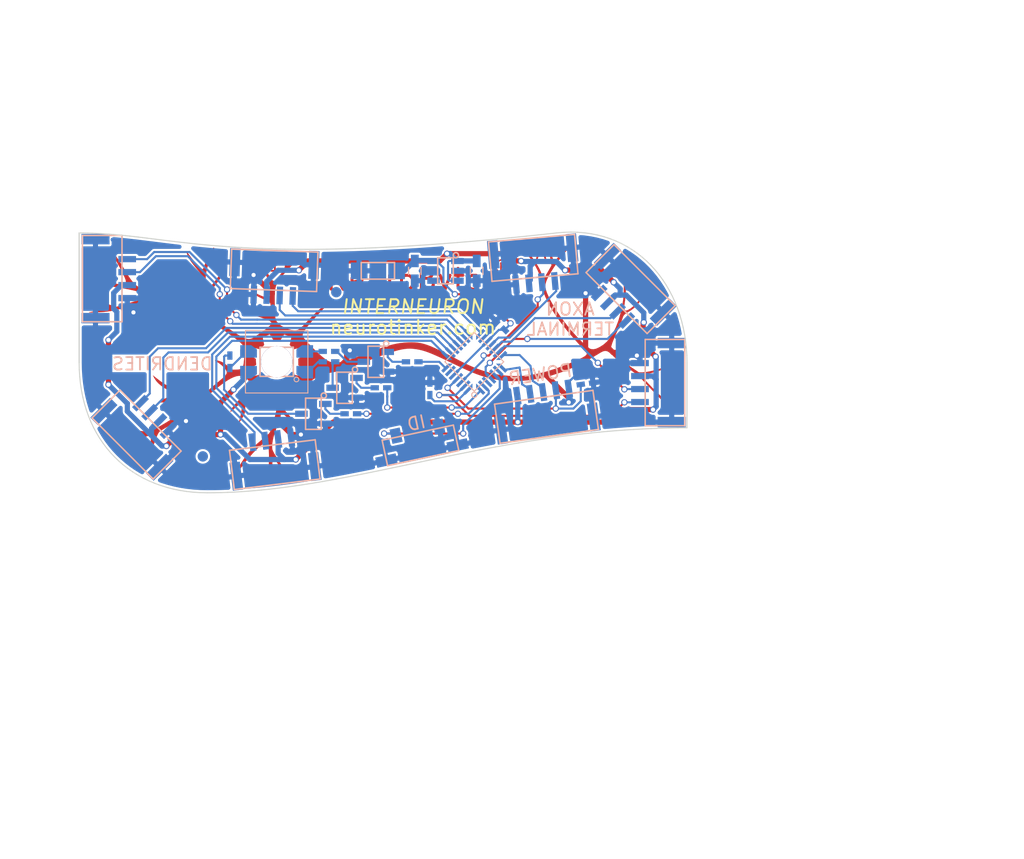
<source format=kicad_pcb>
(kicad_pcb (version 4) (host pcbnew 4.0.7-e2-6376~58~ubuntu14.04.1)
  (title_block (title "NeuroBytes Interneuron") (date 2017-05-15) (rev C) (company "NeuroTinker, LLC") (comment 1 "(C) 2017 Zach Fredin") (comment 2 "Drawing No. ZF-11425") (comment 3 "License: CC-BY-SA 4.0"))
  (layers (0 F.Cu signal hide) (31 B.Cu signal) (34 B.Paste user) (35 F.Paste user hide) (36 B.SilkS user) (37 F.SilkS user hide) (38 B.Mask user) (39 F.Mask user hide) (44 Edge.Cuts user))
  (net 0 "")
  (net 1 +5V)
  (net 2 GND)
  (net 3 +3V3)
  (net 4 RESET)
  (net 5 "Net-(D1-Pad3)")
  (net 6 "Net-(D1-Pad4)")
  (net 7 "Net-(D1-Pad1)")
  (net 8 D1IN)
  (net 9 D1EX)
  (net 10 D2IN)
  (net 11 D2EX)
  (net 12 D3IN)
  (net 13 D3EX)
  (net 14 D4IN)
  (net 15 D4EX)
  (net 16 "Net-(Q1-Pad3)")
  (net 17 "Net-(Q2-Pad3)")
  (net 18 "Net-(R4-Pad1)")
  (net 19 LED_R)
  (net 20 LED_B)
  (net 21 LED_G)
  (net 22 SWITCH)
  (net 23 "Net-(U1-Pad6)")
  (net 24 "Net-(U2-Pad4)")
  (net 25 A3IN)
  (net 26 A3EX)
  (net 27 A1IN)
  (net 28 A1EX)
  (net 29 A2IN)
  (net 30 A2EX)
  (net 31 "Net-(Q3-Pad3)")
  (net 32 "Net-(Q1-Pad1)")
  (net 33 "Net-(Q2-Pad1)")
  (net 34 "Net-(Q3-Pad1)")
  (net 35 SWDIO)
  (net 36 SWCLK)
  (net 37 "Net-(U1-Pad23)")
  (net 38 "Net-(U1-Pad26)")
  (module KiCad_Footprints:ZF_SMD_NonPol_0402 (layer B.Cu) (at 157.13 95)
    (fp_text reference R7)
    (fp_text value 1k hide)
    (pad 1 smd rect (at -0.6 0) (size 0.8 0.5) (layers B.Cu B.Paste B.Mask) (net 34 "Net-(Q3-Pad1)"))
    (pad 2 smd rect (at 0.6 0) (size 0.8 0.5) (layers B.Cu B.Paste B.Mask) (net 20 LED_B))
  )
  (module KiCad_Footprints:ZF_SMD_NonPol_0402 (layer B.Cu) (at 155.03 89)
    (fp_text reference R2)
    (fp_text value 100 hide)
    (pad 1 smd rect (at -0.6 0) (size 0.8 0.5) (layers B.Cu B.Paste B.Mask) (net 6 "Net-(D1-Pad4)"))
    (pad 2 smd rect (at 0.6 0) (size 0.8 0.5) (layers B.Cu B.Paste B.Mask) (net 17 "Net-(Q2-Pad3)"))
  )
  (module KiCad_Footprints:ZF_SMD_NonPol_0402 (layer B.Cu) (at 145.5 90 90)
    (fp_text reference R3)
    (fp_text value 100 hide)
    (pad 1 smd rect (at -0.6 0 90) (size 0.8 0.5) (layers B.Cu B.Paste B.Mask) (net 5 "Net-(D1-Pad3)"))
    (pad 2 smd rect (at 0.6 0 90) (size 0.8 0.5) (layers B.Cu B.Paste B.Mask) (net 31 "Net-(Q3-Pad3)"))
  )
  (module KiCad_Footprints:ZF_SMD_NonPol_0402 (layer B.Cu) (at 164.73 92.6 90)
    (fp_text reference R4)
    (fp_text value JMP hide)
    (pad 1 smd rect (at -0.6 0 90) (size 0.8 0.5) (layers B.Cu B.Paste B.Mask) (net 18 "Net-(R4-Pad1)"))
    (pad 2 smd rect (at 0.6 0 90) (size 0.8 0.5) (layers B.Cu B.Paste B.Mask) (net 2 GND))
  )
  (module KiCad_Footprints:ZF_SMD_NonPol_0402 (layer B.Cu) (at 155.03 90)
    (fp_text reference R1)
    (fp_text value 150 hide)
    (pad 1 smd rect (at -0.6 0) (size 0.8 0.5) (layers B.Cu B.Paste B.Mask) (net 7 "Net-(D1-Pad1)"))
    (pad 2 smd rect (at 0.6 0) (size 0.8 0.5) (layers B.Cu B.Paste B.Mask) (net 16 "Net-(Q1-Pad3)"))
  )
  (module KiCad_Footprints:ZF_SMD_NonPol_0402 (layer B.Cu) (at 160.03 92.5)
    (fp_text reference R5)
    (fp_text value 1k hide)
    (pad 1 smd rect (at -0.6 0) (size 0.8 0.5) (layers B.Cu B.Paste B.Mask) (net 32 "Net-(Q1-Pad1)"))
    (pad 2 smd rect (at 0.6 0) (size 0.8 0.5) (layers B.Cu B.Paste B.Mask) (net 19 LED_R))
  )
  (module KiCad_Footprints:ZF_SMD_NonPol_0402 (layer B.Cu) (at 163.03 90)
    (fp_text reference R6)
    (fp_text value 1k hide)
    (pad 1 smd rect (at -0.6 0) (size 0.8 0.5) (layers B.Cu B.Paste B.Mask) (net 33 "Net-(Q2-Pad1)"))
    (pad 2 smd rect (at 0.6 0) (size 0.8 0.5) (layers B.Cu B.Paste B.Mask) (net 21 LED_G))
  )
  (module Capacitors_SMD:C_0603_HandSoldering (layer B.Cu) (at 163.28 81.25 270)
    (fp_text reference C4 hide)
    (fp_text value 1u0 hide)
    (pad 1 smd rect (at -0.95 0 270) (size 1.2 0.75) (layers B.Cu B.Paste B.Mask) (net 3 +3V3))
    (pad 2 smd rect (at 0.95 0 270) (size 1.2 0.75) (layers B.Cu B.Paste B.Mask) (net 2 GND))
  )
  (module Capacitors_SMD:C_0603_HandSoldering (layer B.Cu) (at 169.23 81.25 270)
    (fp_text reference C1 hide)
    (fp_text value 1u0 hide)
    (pad 1 smd rect (at -0.95 0 270) (size 1.2 0.75) (layers B.Cu B.Paste B.Mask) (net 1 +5V))
    (pad 2 smd rect (at 0.95 0 270) (size 1.2 0.75) (layers B.Cu B.Paste B.Mask) (net 2 GND))
  )
  (module KiCad_Footprints:ZF_LED_RGB_SunLED_XZMDKCBDDG45S-9_cast (layer B.Cu) (at 150 90 180)
    (fp_text reference D1)
    (fp_text value LED_RABG hide)
    (pad "" thru_hole circle (at 0 0 180) (size 3 3) (drill 3) (layers *.Cu))
    (pad 3 smd rect (at 2.7 0.8 180) (size 1.6 0.8) (layers B.Cu B.Paste B.Mask) (net 5 "Net-(D1-Pad3)"))
    (pad 2 smd rect (at 2.7 -0.8 180) (size 1.6 0.8) (layers B.Cu B.Paste B.Mask) (net 1 +5V))
    (pad 4 smd rect (at -2.7 0.8 180) (size 1.6 0.8) (layers B.Cu B.Paste B.Mask) (net 6 "Net-(D1-Pad4)"))
    (pad 1 smd rect (at -2.7 -0.8 180) (size 1.6 0.8) (layers B.Cu B.Paste B.Mask) (net 7 "Net-(D1-Pad1)"))
    (pad 4 smd rect (at -3 1 180) (size 1 1.2) (layers B.Cu B.Paste B.Mask) (net 6 "Net-(D1-Pad4)"))
    (pad 1 smd rect (at -3 -1 180) (size 1 1.2) (layers B.Cu B.Paste B.Mask) (net 7 "Net-(D1-Pad1)"))
    (pad 3 smd rect (at 3 1 180) (size 1 1.2) (layers B.Cu B.Paste B.Mask) (net 5 "Net-(D1-Pad3)"))
    (pad 2 smd rect (at 3 -1 180) (size 1 1.2) (layers B.Cu B.Paste B.Mask) (net 1 +5V))
    (pad 4 smd trapezoid (at -2.5 1.4 180) (size 0.65 0.4) (rect_delta 0 -0.55) (layers B.Cu B.Paste B.Mask) (net 6 "Net-(D1-Pad4)"))
    (pad 1 smd trapezoid (at -2.5 -1.4) (size 0.65 0.4) (rect_delta 0 -0.55) (layers B.Cu B.Paste B.Mask) (net 7 "Net-(D1-Pad1)"))
    (pad 3 smd trapezoid (at 2.5 1.4 180) (size 0.65 0.4) (rect_delta 0 -0.55) (layers B.Cu B.Paste B.Mask) (net 5 "Net-(D1-Pad3)"))
    (pad 2 smd trapezoid (at 2.5 -1.4) (size 0.65 0.4) (rect_delta 0 -0.55) (layers B.Cu B.Paste B.Mask) (net 1 +5V))
  )
  (module KiCad_Footprints:ZF_CONN_JST_GH (layer B.Cu) (at 186.63 92)
    (fp_text reference P5)
    (fp_text value "JST GH 4-POS" hide)
    (pad 3 smd rect (at -1.7 0.625 270) (size 0.6 1.7) (layers B.Cu B.Paste B.Mask) (net 25 A3IN))
    (pad 4 smd rect (at -1.7 1.875 270) (size 0.6 1.7) (layers B.Cu B.Paste B.Mask) (net 26 A3EX))
    (pad 2 smd rect (at -1.7 -0.625 270) (size 0.6 1.7) (layers B.Cu B.Paste B.Mask) (net 1 +5V))
    (pad 1 smd rect (at -1.7 -1.875 270) (size 0.6 1.7) (layers B.Cu B.Paste B.Mask) (net 2 GND))
    (pad "" smd rect (at 1.35 3.8 270) (size 1 2.7) (layers B.Cu B.Paste B.Mask) (net 2 GND))
    (pad "" smd rect (at 1.35 -3.8 270) (size 1 2.7) (layers B.Cu B.Paste B.Mask) (net 2 GND))
  )
  (module KiCad_Footprints:ZF_CONN_JST_GH (layer B.Cu) (at 183.53 83.5 45)
    (fp_text reference P7)
    (fp_text value "JST GH 4-POS" hide)
    (pad 3 smd rect (at -1.7 0.625 315) (size 0.6 1.7) (layers B.Cu B.Paste B.Mask) (net 29 A2IN))
    (pad 4 smd rect (at -1.7 1.875 315) (size 0.6 1.7) (layers B.Cu B.Paste B.Mask) (net 30 A2EX))
    (pad 2 smd rect (at -1.7 -0.625 315) (size 0.6 1.7) (layers B.Cu B.Paste B.Mask) (net 1 +5V))
    (pad 1 smd rect (at -1.7 -1.875 315) (size 0.6 1.7) (layers B.Cu B.Paste B.Mask) (net 2 GND))
    (pad "" smd rect (at 1.35 3.8 315) (size 1 2.7) (layers B.Cu B.Paste B.Mask) (net 2 GND))
    (pad "" smd rect (at 1.35 -3.8 315) (size 1 2.7) (layers B.Cu B.Paste B.Mask) (net 2 GND))
  )
  (module KiCad_Footprints:ZF_CONN_JST_GH (layer B.Cu) (at 174.73 80.7 95)
    (fp_text reference P6)
    (fp_text value "JST GH 4-POS" hide)
    (pad 3 smd rect (at -1.7 0.625 5) (size 0.6 1.7) (layers B.Cu B.Paste B.Mask) (net 27 A1IN))
    (pad 4 smd rect (at -1.7 1.875 5) (size 0.6 1.7) (layers B.Cu B.Paste B.Mask) (net 28 A1EX))
    (pad 2 smd rect (at -1.7 -0.625 5) (size 0.6 1.7) (layers B.Cu B.Paste B.Mask) (net 1 +5V))
    (pad 1 smd rect (at -1.7 -1.875 5) (size 0.6 1.7) (layers B.Cu B.Paste B.Mask) (net 2 GND))
    (pad "" smd rect (at 1.35 3.8 5) (size 1 2.7) (layers B.Cu B.Paste B.Mask) (net 2 GND))
    (pad "" smd rect (at 1.35 -3.8 5) (size 1 2.7) (layers B.Cu B.Paste B.Mask) (net 2 GND))
  )
  (module KiCad_Footprints:ZF_CONN_JST_GH (layer B.Cu) (at 149.73 81.9 88)
    (fp_text reference P1)
    (fp_text value "JST GH 4-POS" hide)
    (pad 3 smd rect (at -1.7 0.625 358) (size 0.6 1.7) (layers B.Cu B.Paste B.Mask) (net 8 D1IN))
    (pad 4 smd rect (at -1.7 1.875 358) (size 0.6 1.7) (layers B.Cu B.Paste B.Mask) (net 9 D1EX))
    (pad 2 smd rect (at -1.7 -0.625 358) (size 0.6 1.7) (layers B.Cu B.Paste B.Mask) (net 1 +5V))
    (pad 1 smd rect (at -1.7 -1.875 358) (size 0.6 1.7) (layers B.Cu B.Paste B.Mask) (net 2 GND))
    (pad "" smd rect (at 1.35 3.8 358) (size 1 2.7) (layers B.Cu B.Paste B.Mask) (net 2 GND))
    (pad "" smd rect (at 1.35 -3.8 358) (size 1 2.7) (layers B.Cu B.Paste B.Mask) (net 2 GND))
  )
  (module KiCad_Footprints:ZF_CONN_JST_GH (layer B.Cu) (at 133.93 82 180)
    (fp_text reference P2)
    (fp_text value "JST GH 4-POS" hide)
    (pad 3 smd rect (at -1.7 0.625 90) (size 0.6 1.7) (layers B.Cu B.Paste B.Mask) (net 10 D2IN))
    (pad 4 smd rect (at -1.7 1.875 90) (size 0.6 1.7) (layers B.Cu B.Paste B.Mask) (net 11 D2EX))
    (pad 2 smd rect (at -1.7 -0.625 90) (size 0.6 1.7) (layers B.Cu B.Paste B.Mask) (net 1 +5V))
    (pad 1 smd rect (at -1.7 -1.875 90) (size 0.6 1.7) (layers B.Cu B.Paste B.Mask) (net 2 GND))
    (pad "" smd rect (at 1.35 3.8 90) (size 1 2.7) (layers B.Cu B.Paste B.Mask) (net 2 GND))
    (pad "" smd rect (at 1.35 -3.8 90) (size 1 2.7) (layers B.Cu B.Paste B.Mask) (net 2 GND))
  )
  (module KiCad_Footprints:ZF_CONN_JST_GH (layer B.Cu) (at 137.03 96.5 225)
    (fp_text reference P3)
    (fp_text value "JST GH 4-POS" hide)
    (pad 3 smd rect (at -1.7 0.625 135) (size 0.6 1.7) (layers B.Cu B.Paste B.Mask) (net 12 D3IN))
    (pad 4 smd rect (at -1.7 1.875 135) (size 0.6 1.7) (layers B.Cu B.Paste B.Mask) (net 13 D3EX))
    (pad 2 smd rect (at -1.7 -0.625 135) (size 0.6 1.7) (layers B.Cu B.Paste B.Mask) (net 1 +5V))
    (pad 1 smd rect (at -1.7 -1.875 135) (size 0.6 1.7) (layers B.Cu B.Paste B.Mask) (net 2 GND))
    (pad "" smd rect (at 1.35 3.8 135) (size 1 2.7) (layers B.Cu B.Paste B.Mask) (net 2 GND))
    (pad "" smd rect (at 1.35 -3.8 135) (size 1 2.7) (layers B.Cu B.Paste B.Mask) (net 2 GND))
  )
  (module KiCad_Footprints:ZF_SOT23-3L (layer B.Cu) (at 153.53 95 90)
    (fp_text reference Q3)
    (fp_text value MMBT3904 hide)
    (pad 3 smd rect (at 0 -1.15 270) (size 0.6 1.2) (layers B.Cu B.Paste B.Mask) (net 31 "Net-(Q3-Pad3)"))
    (pad 1 smd rect (at 0.95 1.15 270) (size 0.6 1.2) (layers B.Cu B.Paste B.Mask) (net 34 "Net-(Q3-Pad1)"))
    (pad 2 smd rect (at -0.95 1.15 270) (size 0.6 1.2) (layers B.Cu B.Paste B.Mask) (net 2 GND))
  )
  (module KiCad_Footprints:ZF_SOT23-3L (layer B.Cu) (at 159.53 90 90)
    (fp_text reference Q2)
    (fp_text value MMBT3904 hide)
    (pad 3 smd rect (at 0 -1.15 270) (size 0.6 1.2) (layers B.Cu B.Paste B.Mask) (net 17 "Net-(Q2-Pad3)"))
    (pad 1 smd rect (at 0.95 1.15 270) (size 0.6 1.2) (layers B.Cu B.Paste B.Mask) (net 33 "Net-(Q2-Pad1)"))
    (pad 2 smd rect (at -0.95 1.15 270) (size 0.6 1.2) (layers B.Cu B.Paste B.Mask) (net 2 GND))
  )
  (module KiCad_Footprints:ZF_SMD_nonpol_1206 (layer B.Cu) (at 159.73 81.25 180)
    (fp_text reference C2)
    (fp_text value 10u hide)
    (pad 1 smd rect (at -1.8 0 180) (size 1.6 1.6) (layers B.Cu B.Paste B.Mask) (net 3 +3V3))
    (pad 2 smd rect (at 1.8 0 180) (size 1.6 1.6) (layers B.Cu B.Paste B.Mask) (net 2 GND))
  )
  (module KiCad_Footprints:ZF_Fiducial-1mm (layer B.Cu) (at 142.9 99.1)
    (fp_text reference REF** hide)
    (fp_text value ZF_Fiducial-1mm hide)
    (pad "" smd circle (at 0 0) (size 1 1) (layers B.Cu B.Mask))
  )
  (module KiCad_Footprints:ZF_Fiducial-1mm (layer B.Cu) (at 155.73 83.3)
    (fp_text reference REF** hide)
    (fp_text value ZF_Fiducial-1mm hide)
    (pad "" smd circle (at 0 0) (size 1 1) (layers B.Cu B.Mask))
  )
  (module KiCad_Footprints:ZF_LOGO_OSHW (layer B.Cu) (at 139.93 84.3 180)
    (fp_text reference G*** hide)
    (fp_text value LOGO hide)
  )
  (module KiCad_Footprints:ZF_SOT23-5L (layer B.Cu) (at 166.23 81.25 270)
    (fp_text reference U2)
    (fp_text value TLV702 hide)
    (pad 2 smd rect (at 0 -1.15 90) (size 0.6 1.2) (layers B.Cu B.Paste B.Mask) (net 2 GND))
    (pad 1 smd rect (at -0.95 -1.15 90) (size 0.6 1.2) (layers B.Cu B.Paste B.Mask) (net 1 +5V))
    (pad 3 smd rect (at 0.95 -1.15 90) (size 0.6 1.2) (layers B.Cu B.Paste B.Mask) (net 1 +5V))
    (pad 4 smd rect (at 0.95 1.15 90) (size 0.6 1.2) (layers B.Cu B.Paste B.Mask) (net 24 "Net-(U2-Pad4)"))
    (pad 5 smd rect (at -0.95 1.15 90) (size 0.6 1.2) (layers B.Cu B.Paste B.Mask) (net 3 +3V3))
  )
  (module KiCad_Footprints:ZF_SMD_NonPol_0402_cap (layer B.Cu) (at 179.83 92.1 8)
    (fp_text reference C5)
    (fp_text value 0u1 hide)
    (pad 1 smd rect (at -0.6 0 8) (size 0.8 0.5) (layers B.Cu B.Paste B.Mask) (net 4 RESET))
    (pad 2 smd rect (at 0.6 0 8) (size 0.8 0.5) (layers B.Cu B.Paste B.Mask) (net 2 GND))
  )
  (module KiCad_Footprints:ZF_SMD_NonPol_0402_cap (layer B.Cu) (at 171.5 86.5 135)
    (fp_text reference C3)
    (fp_text value 0u1 hide)
    (pad 1 smd rect (at -0.6 0 135) (size 0.8 0.5) (layers B.Cu B.Paste B.Mask) (net 3 +3V3))
    (pad 2 smd rect (at 0.6 0 135) (size 0.8 0.5) (layers B.Cu B.Paste B.Mask) (net 2 GND))
  )
  (module KiCad_Footprints:ZF_CONN_JST_GH (layer B.Cu) (at 149.73 99.2 277)
    (fp_text reference P4)
    (fp_text value "JST GH 4-POS" hide)
    (pad 3 smd rect (at -1.7 0.625 187) (size 0.6 1.7) (layers B.Cu B.Paste B.Mask) (net 14 D4IN))
    (pad 4 smd rect (at -1.7 1.875 187) (size 0.6 1.7) (layers B.Cu B.Paste B.Mask) (net 15 D4EX))
    (pad 2 smd rect (at -1.7 -0.625 187) (size 0.6 1.7) (layers B.Cu B.Paste B.Mask) (net 1 +5V))
    (pad 1 smd rect (at -1.7 -1.875 187) (size 0.6 1.7) (layers B.Cu B.Paste B.Mask) (net 2 GND))
    (pad "" smd rect (at 1.35 3.8 187) (size 1 2.7) (layers B.Cu B.Paste B.Mask) (net 2 GND))
    (pad "" smd rect (at 1.35 -3.8 187) (size 1 2.7) (layers B.Cu B.Paste B.Mask) (net 2 GND))
  )
  (module KiCad_Footprints:ZF_SW_Momentary_SideMtg (layer B.Cu) (at 163.73 97.6 192)
    (fp_text reference SW1)
    (fp_text value SW_PUSH_TL3330AF130QG hide)
    (pad 1 smd rect (at -2.1 0.95 192) (size 1 1.4) (layers B.Cu B.Paste B.Mask) (net 2 GND))
    (pad 2 smd rect (at 2.1 0.95 192) (size 1 1.4) (layers B.Cu B.Paste B.Mask) (net 22 SWITCH))
    (pad "" smd rect (at -3.5 -1.2 192) (size 2 1) (layers B.Cu B.Paste B.Mask) (net 2 GND))
    (pad "" smd rect (at 3.5 -1.2 192) (size 2 1) (layers B.Cu B.Paste B.Mask) (net 2 GND))
  )
  (module KiCad_Footprints:ZF_IC_UFQFPN28-050 (layer B.Cu) (at 169 90 135)
    (fp_text reference U1)
    (fp_text value STM32L011Gx hide)
    (pad 1 smd rect (at -1.5 -2.4 315) (size 0.3 0.9) (layers B.Cu B.Paste B.Mask) (net 18 "Net-(R4-Pad1)"))
    (pad 2 smd rect (at -1 -2.25 315) (size 0.3 1.2) (layers B.Cu B.Paste B.Mask) (net 26 A3EX))
    (pad 3 smd rect (at -0.5 -2.25 315) (size 0.3 1.2) (layers B.Cu B.Paste B.Mask) (net 27 A1IN))
    (pad 4 smd rect (at 0 -2.25 315) (size 0.3 1.2) (layers B.Cu B.Paste B.Mask) (net 4 RESET))
    (pad 5 smd rect (at 0.5 -2.25 315) (size 0.3 1.2) (layers B.Cu B.Paste B.Mask) (net 3 +3V3))
    (pad 6 smd rect (at 1 -2.25 315) (size 0.3 1.2) (layers B.Cu B.Paste B.Mask) (net 23 "Net-(U1-Pad6)"))
    (pad 7 smd rect (at 1.5 -2.4 315) (size 0.3 0.9) (layers B.Cu B.Paste B.Mask) (net 21 LED_G))
    (pad 8 smd rect (at 2.4 -1.5 225) (size 0.3 0.9) (layers B.Cu B.Paste B.Mask) (net 14 D4IN))
    (pad 9 smd rect (at 2.25 -1 225) (size 0.3 1.2) (layers B.Cu B.Paste B.Mask) (net 15 D4EX))
    (pad 10 smd rect (at 2.25 -0.5 225) (size 0.3 1.2) (layers B.Cu B.Paste B.Mask) (net 12 D3IN))
    (pad 11 smd rect (at 2.25 0 225) (size 0.3 1.2) (layers B.Cu B.Paste B.Mask) (net 13 D3EX))
    (pad 12 smd rect (at 2.25 0.5 225) (size 0.3 1.2) (layers B.Cu B.Paste B.Mask) (net 10 D2IN))
    (pad 13 smd rect (at 2.25 1 225) (size 0.3 1.2) (layers B.Cu B.Paste B.Mask) (net 11 D2EX))
    (pad 14 smd rect (at 2.4 1.5 225) (size 0.3 0.9) (layers B.Cu B.Paste B.Mask) (net 8 D1IN))
    (pad 15 smd rect (at 1.5 2.4 315) (size 0.3 0.9) (layers B.Cu B.Paste B.Mask) (net 9 D1EX))
    (pad 16 smd rect (at 1 2.25 315) (size 0.3 1.2) (layers B.Cu B.Paste B.Mask) (net 2 GND))
    (pad 17 smd rect (at 0.5 2.25 315) (size 0.3 1.2) (layers B.Cu B.Paste B.Mask) (net 3 +3V3))
    (pad 18 smd rect (at 0 2.25 315) (size 0.3 1.2) (layers B.Cu B.Paste B.Mask) (net 28 A1EX))
    (pad 19 smd rect (at -0.5 2.25 315) (size 0.3 1.2) (layers B.Cu B.Paste B.Mask) (net 29 A2IN))
    (pad 20 smd rect (at -1 2.25 315) (size 0.3 1.2) (layers B.Cu B.Paste B.Mask) (net 25 A3IN))
    (pad 21 smd rect (at -1.5 2.4 315) (size 0.3 0.9) (layers B.Cu B.Paste B.Mask) (net 35 SWDIO))
    (pad 22 smd rect (at -2.4 1.5 225) (size 0.3 0.9) (layers B.Cu B.Paste B.Mask) (net 36 SWCLK))
    (pad 23 smd rect (at -2.25 1 225) (size 0.3 1.2) (layers B.Cu B.Paste B.Mask) (net 37 "Net-(U1-Pad23)"))
    (pad 24 smd rect (at -2.25 0.5 225) (size 0.3 1.2) (layers B.Cu B.Paste B.Mask) (net 22 SWITCH))
    (pad 25 smd rect (at -2.25 0 225) (size 0.3 1.2) (layers B.Cu B.Paste B.Mask) (net 30 A2EX))
    (pad 26 smd rect (at -2.25 -0.5 225) (size 0.3 1.2) (layers B.Cu B.Paste B.Mask) (net 38 "Net-(U1-Pad26)"))
    (pad 27 smd rect (at -2.25 -1 225) (size 0.3 1.2) (layers B.Cu B.Paste B.Mask) (net 20 LED_B))
    (pad 28 smd rect (at -2.4 -1.5 225) (size 0.3 0.9) (layers B.Cu B.Paste B.Mask) (net 19 LED_R))
    (pad 1 smd trapezoid (at -1.5 -2 315) (size 0.3 0.5) (rect_delta 0.3 0) (layers B.Cu B.Paste B.Mask) (net 18 "Net-(R4-Pad1)"))
    (pad 28 smd trapezoid (at -2 -1.5 225) (size 0.3 0.5) (rect_delta 0.3 0) (layers B.Cu B.Paste B.Mask) (net 19 LED_R))
    (pad 14 smd trapezoid (at 2 1.5 45) (size 0.3 0.5) (rect_delta 0.3 0) (layers B.Cu B.Paste B.Mask) (net 8 D1IN))
    (pad 15 smd trapezoid (at 1.5 2 135) (size 0.3 0.5) (rect_delta 0.3 0) (layers B.Cu B.Paste B.Mask) (net 9 D1EX))
    (pad 7 smd trapezoid (at 1.5 -2 135) (size 0.3 0.5) (rect_delta 0.3 0) (layers B.Cu B.Paste B.Mask) (net 21 LED_G))
    (pad 8 smd trapezoid (at 2 -1.5 225) (size 0.3 0.5) (rect_delta 0.3 0) (layers B.Cu B.Paste B.Mask) (net 14 D4IN))
    (pad 21 smd trapezoid (at -1.5 2 315) (size 0.3 0.5) (rect_delta 0.3 0) (layers B.Cu B.Paste B.Mask) (net 35 SWDIO))
    (pad 22 smd trapezoid (at -2 1.5 45) (size 0.3 0.5) (rect_delta 0.3 0) (layers B.Cu B.Paste B.Mask) (net 36 SWCLK))
  )
  (module KiCad_Footprints:ZF_CONN_JST_GH_5POS (layer B.Cu) (at 175.83 94.5 278)
    (fp_text reference P8)
    (fp_text value JST_GH_5-pos hide)
    (pad 3 smd rect (at -1.6 0 188) (size 0.6 1.7) (layers B.Cu B.Paste B.Mask) (net 35 SWDIO))
    (pad 4 smd rect (at -1.6 1.25 188) (size 0.6 1.7) (layers B.Cu B.Paste B.Mask) (net 36 SWCLK))
    (pad 2 smd rect (at -1.6 -1.25 188) (size 0.6 1.7) (layers B.Cu B.Paste B.Mask) (net 4 RESET))
    (pad 1 smd rect (at -1.6 -2.5 188) (size 0.6 1.7) (layers B.Cu B.Paste B.Mask) (net 2 GND))
    (pad "" smd rect (at 1.45 4.5 188) (size 1 2.7) (layers B.Cu B.Paste B.Mask) (net 2 GND))
    (pad "" smd rect (at 1.45 -4.5 188) (size 1 2.7) (layers B.Cu B.Paste B.Mask) (net 2 GND))
    (pad 5 smd rect (at -1.6 2.5 278) (size 1.7 0.6) (layers B.Cu B.Paste B.Mask) (net 1 +5V))
  )
  (module KiCad_Footprints:ZF_SOT23-3L (layer B.Cu) (at 156.53 92.5 90)
    (fp_text reference Q1)
    (fp_text value MMBT3904 hide)
    (pad 3 smd rect (at 0 -1.15 270) (size 0.6 1.2) (layers B.Cu B.Paste B.Mask) (net 16 "Net-(Q1-Pad3)"))
    (pad 1 smd rect (at 0.95 1.15 270) (size 0.6 1.2) (layers B.Cu B.Paste B.Mask) (net 32 "Net-(Q1-Pad1)"))
    (pad 2 smd rect (at -0.95 1.15 270) (size 0.6 1.2) (layers B.Cu B.Paste B.Mask) (net 2 GND))
  )
  (module KiCad_Footprints:ZF_LOGO_Interneuron (layer F.Cu) (at 150 90)
    (fp_text reference G*** hide)
    (fp_text value LOGO hide)
    (fp_poly (pts (xy 26.147847 -11.910151) (xy 26.235863 -11.825515) (xy 26.240887 -11.682456) (xy 26.21695 -11.600149) (xy 26.189055 -11.506562) (xy 26.177166 -11.408332) (xy 26.183749 -11.288258) (xy 26.211268 -11.129139) (xy 26.262191 -10.913773) (xy 26.338983 -10.624959) (xy 26.37606 -10.4902) (xy 26.480338 -10.134335) (xy 26.568852 -9.877951) (xy 26.641942 -9.720214) (xy 26.69995 -9.660291) (xy 26.714961 -9.661461) (xy 26.757595 -9.704275) (xy 26.850849 -9.811833) (xy 26.982496 -9.969051) (xy 27.140306 -10.160845) (xy 27.31205 -10.372131) (xy 27.4855 -10.587825) (xy 27.648427 -10.792843) (xy 27.788602 -10.9721) (xy 27.893797 -11.110514) (xy 27.928576 -11.158443) (xy 28.003871 -11.296326) (xy 28.040829 -11.425085) (xy 28.0416 -11.440383) (xy 28.079369 -11.586879) (xy 28.177058 -11.668132) (xy 28.31124 -11.676997) (xy 28.458486 -11.60633) (xy 28.492092 -11.577746) (xy 28.581299 -11.442907) (xy 28.590571 -11.31284) (xy 28.564622 -11.201142) (xy 28.49415 -11.14423) (xy 28.3972 -11.118456) (xy 28.242356 -11.053807) (xy 28.067816 -10.912908) (xy 27.973083 -10.815564) (xy 27.655191 -10.449946) (xy 27.322593 -10.030423) (xy 26.991095 -9.57967) (xy 26.6765 -9.120363) (xy 26.394613 -8.675177) (xy 26.161239 -8.26679) (xy 26.064834 -8.077599) (xy 25.925508 -7.759601) (xy 25.847158 -7.48946) (xy 25.829019 -7.237222) (xy 25.870324 -6.972933) (xy 25.97031 -6.66664) (xy 26.025265 -6.528796) (xy 26.244713 -6.054219) (xy 26.52975 -5.52935) (xy 26.869634 -4.970946) (xy 27.253624 -4.395769) (xy 27.670975 -3.820577) (xy 28.110946 -3.262128) (xy 28.147801 -3.217468) (xy 28.356368 -2.973348) (xy 28.595311 -2.706364) (xy 28.851843 -2.42958) (xy 29.113177 -2.156059) (xy 29.366524 -1.898863) (xy 29.599098 -1.671057) (xy 29.79811 -1.485704) (xy 29.950773 -1.355866) (xy 30.015262 -1.309761) (xy 30.22642 -1.218675) (xy 30.456354 -1.200351) (xy 30.714674 -1.257147) (xy 31.010992 -1.391423) (xy 31.354919 -1.605537) (xy 31.427938 -1.656501) (xy 31.758607 -1.945675) (xy 32.069892 -2.32727) (xy 32.358259 -2.793354) (xy 32.620175 -3.335993) (xy 32.852106 -3.947251) (xy 33.050519 -4.619196) (xy 33.211881 -5.343893) (xy 33.297357 -5.853992) (xy 33.325832 -6.098914) (xy 33.34887 -6.395073) (xy 33.365919 -6.719848) (xy 33.376431 -7.050621) (xy 33.379855 -7.36477) (xy 33.37564 -7.639675) (xy 33.363238 -7.852716) (xy 33.348501 -7.95707) (xy 33.286538 -8.179448) (xy 33.217331 -8.324903) (xy 33.146642 -8.381646) (xy 33.140836 -8.382001) (xy 33.053005 -8.417868) (xy 32.953387 -8.500883) (xy 32.881301 -8.594162) (xy 32.8676 -8.63831) (xy 32.910209 -8.733789) (xy 33.014849 -8.833643) (xy 33.146739 -8.91143) (xy 33.26547 -8.9408) (xy 33.424018 -8.907672) (xy 33.503971 -8.810735) (xy 33.502689 -8.653664) (xy 33.494506 -8.62229) (xy 33.474389 -8.44432) (xy 33.48983 -8.172745) (xy 33.511059 -8.001) (xy 33.566153 -7.375821) (xy 33.566356 -6.70709) (xy 33.51227 -6.036363) (xy 33.479256 -5.800067) (xy 33.432528 -5.451432) (xy 33.41942 -5.194885) (xy 33.44399 -5.02531) (xy 33.510299 -4.93759) (xy 33.622406 -4.926607) (xy 33.784371 -4.987246) (xy 34.000253 -5.11439) (xy 34.015424 -5.124293) (xy 34.383812 -5.408499) (xy 34.686643 -5.742527) (xy 34.858434 -5.9944) (xy 34.999209 -6.233203) (xy 35.088605 -6.416656) (xy 35.136602 -6.57039) (xy 35.153177 -6.720036) (xy 35.1536 -6.752571) (xy 35.172384 -6.898565) (xy 35.21923 -7.000322) (xy 35.228091 -7.008983) (xy 35.33829 -7.047186) (xy 35.463701 -7.017644) (xy 35.581077 -6.940266) (xy 35.667172 -6.834963) (xy 35.698738 -6.721647) (xy 35.665622 -6.634248) (xy 35.561597 -6.567247) (xy 35.488077 -6.5532) (xy 35.422995 -6.531985) (xy 35.346911 -6.45953) (xy 35.248929 -6.322621) (xy 35.118155 -6.108046) (xy 35.11118 -6.096104) (xy 34.796793 -5.628262) (xy 34.448878 -5.249297) (xy 34.058194 -4.949431) (xy 33.9852 -4.904631) (xy 33.731713 -4.751186) (xy 33.551441 -4.630802) (xy 33.428451 -4.527798) (xy 33.346811 -4.426495) (xy 33.290588 -4.311215) (xy 33.247378 -4.178511) (xy 33.1998 -4.040426) (xy 33.117819 -3.830079) (xy 33.009664 -3.567432) (xy 32.883567 -3.272446) (xy 32.747756 -2.965082) (xy 32.739351 -2.9464) (xy 32.603142 -2.638537) (xy 32.476146 -2.341435) (xy 32.366608 -2.075162) (xy 32.282774 -1.859786) (xy 32.232887 -1.715373) (xy 32.231198 -1.70956) (xy 32.146317 -1.412519) (xy 32.340643 -1.12536) (xy 32.576933 -0.81937) (xy 32.885154 -0.486452) (xy 33.24607 -0.144532) (xy 33.640448 0.188469) (xy 34.049054 0.494626) (xy 34.163 0.572834) (xy 34.8234 1.016555) (xy 35.1536 1.015817) (xy 35.431607 0.995644) (xy 35.776347 0.940692) (xy 36.161836 0.857732) (xy 36.562091 0.753532) (xy 36.951129 0.634862) (xy 37.302964 0.508493) (xy 37.591615 0.381193) (xy 37.593904 0.380034) (xy 37.751281 0.288203) (xy 37.829027 0.207086) (xy 37.846 0.137447) (xy 37.878767 -0.008849) (xy 37.960528 -0.128776) (xy 38.066471 -0.191533) (xy 38.112508 -0.193391) (xy 38.240385 -0.129426) (xy 38.345396 0.00126) (xy 38.416204 0.167626) (xy 38.44147 0.338635) (xy 38.409859 0.483247) (xy 38.37642 0.529122) (xy 38.314713 0.577105) (xy 38.238178 0.595329) (xy 38.120934 0.583963) (xy 37.9371 0.543179) (xy 37.89326 0.532307) (xy 37.788322 0.532572) (xy 37.614833 0.571584) (xy 37.364477 0.651567) (xy 37.13126 0.736031) (xy 36.852885 0.835012) (xy 36.567326 0.9277) (xy 36.308915 1.003442) (xy 36.1188 1.050211) (xy 35.78713 1.138013) (xy 35.552386 1.247416) (xy 35.411712 1.380887) (xy 35.362251 1.540894) (xy 35.384685 1.684231) (xy 35.432102 1.756469) (xy 35.54098 1.885834) (xy 35.698851 2.059758) (xy 35.893249 2.265671) (xy 36.111708 2.491005) (xy 36.341762 2.723191) (xy 36.570945 2.94966) (xy 36.786791 3.157843) (xy 36.976832 3.335172) (xy 37.128604 3.469078) (xy 37.229639 3.546992) (xy 37.2364 3.551176) (xy 37.405464 3.622343) (xy 37.585008 3.656814) (xy 37.605957 3.65741) (xy 37.741064 3.670103) (xy 37.814271 3.721896) (xy 37.848782 3.791917) (xy 37.873698 3.970438) (xy 37.827989 4.143239) (xy 37.727313 4.282607) (xy 37.587332 4.360834) (xy 37.522768 4.3688) (xy 37.407253 4.323855) (xy 37.319257 4.212435) (xy 37.287199 4.079728) (xy 37.268828 4.014683) (xy 37.209023 3.918789) (xy 37.100751 3.783645) (xy 36.936979 3.600845) (xy 36.710672 3.361987) (xy 36.535479 3.181656) (xy 36.268986 2.907289) (xy 35.987935 2.614711) (xy 35.71425 2.326965) (xy 35.469858 2.067094) (xy 35.289099 1.871743) (xy 35.054486 1.624386) (xy 34.826809 1.407269) (xy 34.580694 1.198532) (xy 34.290769 0.976319) (xy 34.036931 0.793071) (xy 33.643953 0.508455) (xy 33.278333 0.232403) (xy 32.950831 -0.026282) (xy 32.672203 -0.258795) (xy 32.453207 -0.456332) (xy 32.304599 -0.610087) (xy 32.27081 -0.65247) (xy 32.15688 -0.772289) (xy 31.999975 -0.896086) (xy 31.925478 -0.943847) (xy 31.768475 -1.020684) (xy 31.620682 -1.05164) (xy 31.463031 -1.032679) (xy 31.276456 -0.959767) (xy 31.041888 -0.828868) (xy 30.86952 -0.720392) (xy 29.805419 -0.087206) (xy 28.699876 0.467329) (xy 27.566379 0.937594) (xy 26.418418 1.317967) (xy 25.3178 1.592813) (xy 24.281882 1.769588) (xy 23.286884 1.856885) (xy 22.325039 1.854402) (xy 21.388579 1.761835) (xy 20.469736 1.578882) (xy 19.770113 1.376476) (xy 19.49729 1.284236) (xy 19.231318 1.188134) (xy 18.959235 1.082569) (xy 18.668076 0.96194) (xy 18.344878 0.820644) (xy 17.976676 0.65308) (xy 17.550507 0.453648) (xy 17.053407 0.216744) (xy 16.764 0.07757) (xy 16.189465 -0.197215) (xy 15.693849 -0.428942) (xy 15.266135 -0.621819) (xy 14.895308 -0.780057) (xy 14.570352 -0.907867) (xy 14.280251 -1.009457) (xy 14.013988 -1.089039) (xy 13.760549 -1.150821) (xy 13.508917 -1.199016) (xy 13.3645 -1.221666) (xy 13.109655 -1.252178) (xy 12.857626 -1.266506) (xy 12.599915 -1.262485) (xy 12.328018 -1.237951) (xy 12.033436 -1.19074) (xy 11.707668 -1.118689) (xy 11.342212 -1.019632) (xy 10.928568 -0.891408) (xy 10.458235 -0.73185) (xy 9.922712 -0.538796) (xy 9.313497 -0.310082) (xy 8.622091 -0.043543) (xy 8.4074 0.040198) (xy 7.740458 0.29586) (xy 7.155412 0.509055) (xy 6.643265 0.682706) (xy 6.195017 0.819742) (xy 5.80167 0.923085) (xy 5.4864 0.989847) (xy 5.096943 1.064041) (xy 4.769781 1.135138) (xy 4.487784 1.211134) (xy 4.233824 1.300025) (xy 3.990774 1.409809) (xy 3.741503 1.548481) (xy 3.468886 1.724039) (xy 3.155792 1.944479) (xy 2.785094 2.217797) (xy 2.667 2.306123) (xy 2.381241 2.519925) (xy 2.110366 2.722018) (xy 1.869043 2.901502) (xy 1.67194 3.047478) (xy 1.533724 3.149047) (xy 1.489751 3.180869) (xy 1.251785 3.387241) (xy 1.013388 3.657696) (xy 0.802757 3.958834) (xy 0.736617 4.072977) (xy 0.671167 4.206716) (xy 0.641 4.321603) (xy 0.65257 4.434285) (xy 0.712332 4.561407) (xy 0.826738 4.719616) (xy 1.002244 4.925557) (xy 1.11691 5.053833) (xy 1.392217 5.384795) (xy 1.613795 5.703452) (xy 1.771496 5.993742) (xy 1.849555 6.213728) (xy 1.853882 6.26662) (xy 1.824004 6.262678) (xy 1.751458 6.195077) (xy 1.627783 6.056997) (xy 1.566048 5.985128) (xy 1.349006 5.737524) (xy 1.132769 5.50288) (xy 0.92942 5.293159) (xy 0.751045 5.120325) (xy 0.609729 4.996341) (xy 0.517556 4.933171) (xy 0.497798 4.9276) (xy 0.453586 4.973618) (xy 0.389666 5.112911) (xy 0.305318 5.34733) (xy 0.199823 5.678731) (xy 0.177243 5.7531) (xy 0.082911 6.059543) (xy -0.013552 6.36208) (xy -0.103498 6.634315) (xy -0.178283 6.849854) (xy -0.209637 6.9342) (xy -0.30332 7.226889) (xy -0.376367 7.5546) (xy -0.423613 7.883414) (xy -0.439896 8.179414) (xy -0.427661 8.366496) (xy -0.395648 8.491572) (xy -0.329144 8.644962) (xy -0.220358 8.841315) (xy -0.0615 9.095278) (xy 0.050682 9.265788) (xy 0.285884 9.624979) (xy 0.468408 9.919369) (xy 0.606852 10.165196) (xy 0.709813 10.378701) (xy 0.785891 10.576123) (xy 0.838623 10.754019) (xy 0.894316 10.986437) (xy 0.916012 11.128138) (xy 0.902569 11.17865) (xy 0.852844 11.137503) (xy 0.765694 11.004225) (xy 0.639975 10.778343) (xy 0.568561 10.6426) (xy 0.331384 10.196994) (xy 0.130444 9.843938) (xy -0.035901 9.581706) (xy -0.169291 9.408573) (xy -0.271368 9.322813) (xy -0.343772 9.3227) (xy -0.388144 9.406509) (xy -0.406124 9.572513) (xy -0.4067 9.616898) (xy -0.418123 9.850564) (xy -0.449148 10.135604) (xy -0.495593 10.450533) (xy -0.553274 10.773866) (xy -0.618009 11.084119) (xy -0.685616 11.359809) (xy -0.751912 11.579449) (xy -0.812714 11.721556) (xy -0.818155 11.730403) (xy -0.8458 11.748842) (xy -0.853436 11.681473) (xy -0.843004 11.5316) (xy -0.814712 11.19425) (xy -0.789908 10.811339) (xy -0.769145 10.40194) (xy -0.752977 9.98513) (xy -0.741955 9.579986) (xy -0.736634 9.205582) (xy -0.737566 8.880996) (xy -0.745305 8.625303) (xy -0.755052 8.497666) (xy -0.791244 8.219089) (xy -0.831325 8.027233) (xy -0.882036 7.907258) (xy -0.95012 7.844325) (xy -1.042319 7.823594) (xy -1.061499 7.8232) (xy -1.225857 7.865941) (xy -1.437186 7.990668) (xy -1.690368 8.192133) (xy -1.980288 8.465086) (xy -2.301829 8.804281) (xy -2.649876 9.204469) (xy -3.019312 9.660402) (xy -3.405022 10.166833) (xy -3.580906 10.407544) (xy -3.737201 10.622548) (xy -3.871901 10.80486) (xy -3.974246 10.940153) (xy -4.03348 11.0141) (xy -4.043484 11.0236) (xy -4.044204 10.98223) (xy -4.002162 10.868699) (xy -3.925331 10.698871) (xy -3.821681 10.48861) (xy -3.699186 10.253782) (xy -3.565817 10.010251) (xy -3.429545 9.773881) (xy -3.347545 9.638611) (xy -3.033824 9.162874) (xy -2.709308 8.736512) (xy -2.354125 8.337396) (xy -1.948403 7.943401) (xy -1.472272 7.5324) (xy -1.410482 7.48172) (xy -1.186534 7.29608) (xy -0.986201 7.124749) (xy -0.824844 6.98127) (xy -0.717825 6.879189) (xy -0.685268 6.842302) (xy -0.629567 6.733218) (xy -0.555088 6.544437) (xy -0.467902 6.294774) (xy -0.374078 6.003048) (xy -0.279685 5.688075) (xy -0.190792 5.368673) (xy -0.118917 5.08639) (xy -0.035864 4.659736) (xy -0.005369 4.292911) (xy -0.027345 3.994207) (xy -0.101704 3.771917) (xy -0.133207 3.722723) (xy -0.309936 3.545744) (xy -0.569931 3.371431) (xy -0.895278 3.211687) (xy -0.9144 3.20369) (xy -1.097995 3.123338) (xy -1.326873 3.017281) (xy -1.556046 2.906437) (xy -1.589431 2.889808) (xy -1.78162 2.795405) (xy -1.908389 2.742072) (xy -1.994682 2.724443) (xy -2.065445 2.73715) (xy -2.139217 2.771504) (xy -2.243206 2.841323) (xy -2.394152 2.962414) (xy -2.567134 3.114244) (xy -2.657986 3.19897) (xy -3.0226 3.54672) (xy -3.0226 4.19906) (xy -3.023846 4.47171) (xy -3.030312 4.668204) (xy -3.046096 4.81398) (xy -3.075295 4.934476) (xy -3.122005 5.055131) (xy -3.180829 5.1816) (xy -3.253112 5.318472) (xy -3.34261 5.468447) (xy -3.437919 5.615405) (xy -3.527634 5.743226) (xy -3.600351 5.835791) (xy -3.644666 5.876979) (xy -3.649174 5.850672) (xy -3.644877 5.837519) (xy -3.577691 5.620138) (xy -3.511087 5.357301) (xy -3.450661 5.077295) (xy -3.402008 4.808402) (xy -3.370723 4.578909) (xy -3.362403 4.4171) (xy -3.362698 4.411151) (xy -3.375945 4.253215) (xy -3.401819 4.170054) (xy -3.454578 4.134854) (xy -3.515198 4.124386) (xy -3.590644 4.129964) (xy -3.679443 4.171118) (xy -3.797535 4.258827) (xy -3.960859 4.404069) (xy -4.068334 4.505386) (xy -4.250868 4.675604) (xy -4.370721 4.777218) (xy -4.435102 4.815366) (xy -4.451218 4.795188) (xy -4.446761 4.7752) (xy -4.385737 4.618214) (xy -4.288227 4.446984) (xy -4.145933 4.250923) (xy -3.950555 4.019443) (xy -3.693796 3.741957) (xy -3.403573 3.444337) (xy -3.113117 3.148689) (xy -2.888936 2.912171) (xy -2.723546 2.724039) (xy -2.609463 2.573553) (xy -2.539203 2.449969) (xy -2.505282 2.342546) (xy -2.500216 2.24054) (xy -2.51058 2.162562) (xy -2.59902 1.940803) (xy -2.764777 1.731554) (xy -2.983661 1.551713) (xy -3.231485 1.418179) (xy -3.48406 1.34785) (xy -3.675396 1.348799) (xy -3.890599 1.395954) (xy -4.112345 1.469099) (xy -4.347949 1.573163) (xy -4.604724 1.713078) (xy -4.889985 1.893774) (xy -5.211043 2.120182) (xy -5.575214 2.397232) (xy -5.989811 2.729855) (xy -6.462147 3.122982) (xy -6.999536 3.581542) (xy -7.043519 3.619443) (xy -7.601972 4.097344) (xy -8.097752 4.513185) (xy -8.541612 4.875133) (xy -8.944304 5.191351) (xy -9.316581 5.470003) (xy -9.669195 5.719255) (xy -10.012898 5.94727) (xy -10.358444 6.162213) (xy -10.5156 6.255786) (xy -10.743503 6.390807) (xy -10.948411 6.514064) (xy -11.109725 6.613038) (xy -11.206843 6.67521) (xy -11.214389 6.680438) (xy -11.302608 6.764256) (xy -11.391595 6.896575) (xy -11.487209 7.089433) (xy -11.595314 7.35487) (xy -11.72177 7.704923) (xy -11.742601 7.765231) (xy -11.902431 8.192274) (xy -12.074306 8.583896) (xy -12.250305 8.925068) (xy -12.422505 9.20076) (xy -12.582985 9.395943) (xy -12.620146 9.430228) (xy -12.739472 9.527262) (xy -12.827115 9.589213) (xy -12.85342 9.6012) (xy -12.845016 9.559205) (xy -12.797145 9.444987) (xy -12.717729 9.276194) (xy -12.619098 9.079063) (xy -12.401216 8.621042) (xy -12.239096 8.207629) (xy -12.134636 7.846275) (xy -12.089734 7.544429) (xy -12.106289 7.309542) (xy -12.142988 7.21026) (xy -12.191721 7.149349) (xy -12.262958 7.119698) (xy -12.365306 7.124748) (xy -12.507369 7.167942) (xy -12.697754 7.252723) (xy -12.945065 7.382534) (xy -13.257907 7.560817) (xy -13.644887 7.791015) (xy -13.743352 7.850496) (xy -14.113262 8.072432) (xy -14.410794 8.245686) (xy -14.648863 8.376778) (xy -14.840386 8.47223) (xy -14.998279 8.538562) (xy -15.135457 8.582295) (xy -15.238413 8.60529) (xy -15.306435 8.617236) (xy -15.349878 8.620313) (xy -15.361175 8.608574) (xy -15.33276 8.576071) (xy -15.257068 8.516857) (xy -15.126532 8.424985) (xy -14.933588 8.294506) (xy -14.670668 8.119474) (xy -14.351 7.907709) (xy -14.004237 7.678103) (xy -13.733471 7.498036) (xy -13.530152 7.360711) (xy -13.385728 7.25933) (xy -13.291648 7.187095) (xy -13.239361 7.137206) (xy -13.220315 7.102868) (xy -13.225958 7.07728) (xy -13.24774 7.053646) (xy -13.261112 7.041288) (xy -13.386814 6.967368) (xy -13.612675 6.887707) (xy -13.937432 6.802584) (xy -14.359824 6.712278) (xy -14.878587 6.617069) (xy -15.49246 6.517235) (xy -15.92265 6.452792) (xy -16.258644 6.402704) (xy -16.502862 6.363138) (xy -16.66435 6.332042) (xy -16.752152 6.307367) (xy -16.775311 6.287061) (xy -16.742873 6.269075) (xy -16.7386 6.267805) (xy -16.511564 6.230333) (xy -16.197486 6.221328) (xy -15.806573 6.239848) (xy -15.349033 6.284947) (xy -14.835072 6.355681) (xy -14.274899 6.451105) (xy -13.843 6.535741) (xy -13.544132 6.590858) (xy -13.22139 6.639762) (xy -12.920209 6.676041) (xy -12.746361 6.690501) (xy -12.259321 6.719463) (xy -11.781161 6.487182) (xy -11.404802 6.29303) (xy -10.984911 6.05702) (xy -10.538732 5.790433) (xy -10.08351 5.504549) (xy -9.63649 5.21065) (xy -9.214917 4.920017) (xy -8.836036 4.643931) (xy -8.517092 4.393673) (xy -8.320983 4.223628) (xy -8.141787 4.040462) (xy -8.047134 3.894485) (xy -8.032891 3.773294) (xy -8.094923 3.66449) (xy -8.124802 3.635094) (xy -8.208495 3.587439) (xy -8.364735 3.520829) (xy -8.568282 3.443896) (xy -8.793898 3.365269) (xy -9.016346 3.293579) (xy -9.210386 3.237456) (xy -9.350782 3.205529) (xy -9.39328 3.20134) (xy -9.466004 3.226518) (xy -9.605924 3.294559) (xy -9.793534 3.395363) (xy -10.009328 3.51883) (xy -10.030082 3.531073) (xy -10.302897 3.688353) (xy -10.514135 3.797043) (xy -10.686842 3.864775) (xy -10.844067 3.899181) (xy -11.008858 3.907895) (xy -11.150736 3.902196) (xy -11.4046 3.8862) (xy -10.8712 3.611398) (xy -10.510979 3.421974) (xy -10.242089 3.271807) (xy -10.062638 3.159752) (xy -9.970736 3.084663) (xy -9.9568 3.05786) (xy -9.99795 3.017289) (xy -10.108976 2.939357) (xy -10.271241 2.836587) (xy -10.404153 2.757264) (xy -10.80952 2.508511) (xy -11.132681 2.28014) (xy -11.387548 2.059616) (xy -11.588036 1.834406) (xy -11.748057 1.591974) (xy -11.795498 1.503826) (xy -11.896891 1.305852) (xy -11.726946 1.444514) (xy -11.224463 1.834481) (xy -10.753658 2.154401) (xy -10.28945 2.418497) (xy -9.80676 2.640988) (xy -9.280507 2.836098) (xy -9.261848 2.84232) (xy -8.681679 3.017923) (xy -8.179192 3.132664) (xy -7.750981 3.18689) (xy -7.393639 3.180952) (xy -7.103758 3.115198) (xy -7.008105 3.073341) (xy -6.89291 2.999817) (xy -6.730574 2.877524) (xy -6.548011 2.727254) (xy -6.45692 2.647556) (xy -6.270879 2.484458) (xy -6.034703 2.282331) (xy -5.777443 2.065803) (xy -5.52815 1.859502) (xy -5.505418 1.840906) (xy -5.231757 1.611479) (xy -5.03296 1.428256) (xy -4.900549 1.279332) (xy -4.826046 1.152803) (xy -4.800971 1.036763) (xy -4.816848 0.91931) (xy -4.82647 0.887576) (xy -4.916507 0.721936) (xy -5.077442 0.529389) (xy -5.28977 0.329396) (xy -5.533989 0.141417) (xy -5.6515 0.064441) (xy -5.79828 -0.029615) (xy -5.903157 -0.103238) (xy -5.943598 -0.140602) (xy -5.9436 -0.140714) (xy -5.900143 -0.155337) (xy -5.787437 -0.142184) (xy -5.631984 -0.107459) (xy -5.460284 -0.057368) (xy -5.298839 0.001884) (xy -5.2578 0.019859) (xy -5.10016 0.110112) (xy -4.906013 0.246682) (xy -4.710782 0.404132) (xy -4.659888 0.449276) (xy -4.315976 0.761999) (xy -3.948688 0.761251) (xy -3.704136 0.751599) (xy -3.595479 0.73112) (xy -2.590946 0.73112) (xy -2.572288 0.804188) (xy -2.523409 0.939781) (xy -2.460271 1.095615) (xy -2.32945 1.403831) (xy -1.974803 1.327685) (xy -1.620155 1.251539) (xy -1.209126 1.662568) (xy -1.270931 1.96028) (xy -1.307775 2.129917) (xy -1.339391 2.261919) (xy -1.355091 2.316249) (xy -1.321932 2.35756) (xy -1.220985 2.421389) (xy -1.079588 2.494568) (xy -0.925083 2.563933) (xy -0.784808 2.616316) (xy -0.686102 2.638553) (xy -0.6858 2.638565) (xy -0.635809 2.599366) (xy -0.552299 2.494477) (xy -0.452796 2.346053) (xy -0.446696 2.33624) (xy -0.258391 2.032) (xy 0.308029 2.032) (xy 0.496914 2.334503) (xy 0.597386 2.484939) (xy 0.682697 2.594042) (xy 0.735127 2.639267) (xy 0.7366 2.639449) (xy 0.806279 2.62201) (xy 0.939801 2.573967) (xy 1.105785 2.506748) (xy 1.287407 2.42113) (xy 1.382534 2.352789) (xy 1.402927 2.293156) (xy 1.40232 2.290702) (xy 1.379152 2.197177) (xy 1.343465 2.0452) (xy 1.318836 1.937546) (xy 1.257201 1.665292) (xy 1.665966 1.256527) (xy 2.000335 1.319617) (xy 2.174173 1.352614) (xy 2.305579 1.37792) (xy 2.365125 1.389854) (xy 2.398135 1.350283) (xy 2.457397 1.239188) (xy 2.531012 1.079206) (xy 2.54283 1.051752) (xy 2.690113 0.706504) (xy 2.087393 0.3302) (xy 2.085096 0.015812) (xy 2.0828 -0.298575) (xy 2.384358 -0.484707) (xy 2.525991 -0.571759) (xy 2.611693 -0.637827) (xy 2.645604 -0.706882) (xy 2.631867 -0.802897) (xy 2.574621 -0.949844) (xy 2.495888 -1.1303) (xy 2.432612 -1.26643) (xy 2.383833 -1.353932) (xy 2.367157 -1.3716) (xy 2.30922 -1.360947) (xy 2.179968 -1.332971) (xy 2.006981 -1.293647) (xy 2.00095 -1.29225) (xy 1.658795 -1.212899) (xy 1.457699 -1.413995) (xy 1.256603 -1.615092) (xy 1.339913 -1.984001) (xy 1.378301 -2.16218) (xy 1.403522 -2.295505) (xy 1.410928 -2.359016) (xy 1.410111 -2.361057) (xy 1.31693 -2.407741) (xy 1.174992 -2.467288) (xy 1.013958 -2.528752) (xy 0.863488 -2.581189) (xy 0.753243 -2.613656) (xy 0.713977 -2.617917) (xy 0.668848 -2.564562) (xy 0.590178 -2.449506) (xy 0.504275 -2.312734) (xy 0.334133 -2.032) (xy 0.027366 -2.03256) (xy -0.2794 -2.033119) (xy -0.467767 -2.337459) (xy -0.656134 -2.6418) (xy -0.919685 -2.537918) (xy -1.125145 -2.456949) (xy -1.252327 -2.395866) (xy -1.315466 -2.332552) (xy -1.328798 -2.244895) (xy -1.306558 -2.110779) (xy -1.278206 -1.980953) (xy -1.20074 -1.620155) (xy -1.607996 -1.212899) (xy -1.955839 -1.293569) (xy -2.132548 -1.328311) (xy -2.268645 -1.343469) (xy -2.336117 -1.336012) (xy -2.337337 -1.33482) (xy -2.378797 -1.261923) (xy -2.438824 -1.130625) (xy -2.503227 -0.975582) (xy -2.557815 -0.83145) (xy -2.588394 -0.732884) (xy -2.5908 -0.715879) (xy -2.551341 -0.663443) (xy -2.447771 -0.57611) (xy -2.302302 -0.472565) (xy -2.2987 -0.470181) (xy -2.0066 -0.27717) (xy -1.976404 0.295614) (xy -2.283602 0.485227) (xy -2.435251 0.5862) (xy -2.545064 0.673373) (xy -2.590729 0.728892) (xy -2.590946 0.73112) (xy -3.595479 0.73112) (xy -3.515287 0.716006) (xy -3.374232 0.64283) (xy -3.273063 0.52043) (xy -3.203873 0.337167) (xy -3.158752 0.081399) (xy -3.129793 -0.258514) (xy -3.119079 -0.459919) (xy -3.105425 -0.803858) (xy -3.106749 -1.076588) (xy -3.13213 -1.29593) (xy -3.190649 -1.479704) (xy -3.291385 -1.64573) (xy -3.443418 -1.811829) (xy -3.655827 -1.99582) (xy -3.937693 -2.215524) (xy -4.061451 -2.30947) (xy -4.770585 -2.817415) (xy -5.547147 -3.321603) (xy -6.358252 -3.80216) (xy -7.171015 -4.239211) (xy -7.62 -4.460095) (xy -7.883048 -4.58071) (xy -8.183645 -4.71191) (xy -8.50312 -4.84623) (xy -8.822803 -4.976206) (xy -9.124024 -5.094372) (xy -9.388111 -5.193265) (xy -9.596394 -5.265419) (xy -9.7282 -5.302958) (xy -9.832939 -5.310242) (xy -9.940103 -5.281097) (xy -10.062238 -5.206434) (xy -10.211888 -5.077165) (xy -10.401599 -4.884203) (xy -10.589818 -4.678783) (xy -10.89999 -4.350679) (xy -11.171371 -4.098023) (xy -11.399434 -3.924674) (xy -11.579651 -3.834492) (xy -11.58047 -3.834243) (xy -11.626788 -3.830314) (xy -11.619754 -3.867908) (xy -11.553497 -3.956477) (xy -11.422143 -4.105471) (xy -11.390199 -4.140456) (xy -11.069524 -4.516103) (xy -10.83794 -4.845745) (xy -10.695541 -5.129053) (xy -10.642422 -5.365696) (xy -10.678679 -5.555344) (xy -10.804408 -5.697666) (xy -10.923278 -5.760385) (xy -11.129391 -5.828248) (xy -11.349707 -5.868673) (xy -11.595674 -5.880373) (xy -11.878739 -5.862063) (xy -12.210349 -5.812458) (xy -12.601951 -5.730272) (xy -13.064993 -5.614221) (xy -13.61092 -5.463019) (xy -13.636182 -5.45578) (xy -14.243076 -5.284644) (xy -14.769836 -5.143532) (xy -15.232426 -5.029495) (xy -15.646814 -4.939582) (xy -16.028964 -4.870845) (xy -16.394843 -4.820334) (xy -16.760417 -4.7851) (xy -17.14165 -4.762193) (xy -17.4498 -4.751265) (xy -17.73534 -4.744827) (xy -17.931468 -4.743989) (xy -18.036527 -4.749605) (xy -18.048858 -4.762528) (xy -17.966802 -4.783611) (xy -17.788703 -4.813707) (xy -17.5129 -4.85367) (xy -17.157266 -4.901763) (xy -16.815505 -4.951879) (xy -16.567999 -5.001261) (xy -16.407523 -5.05413) (xy -16.326855 -5.114705) (xy -16.318769 -5.187205) (xy -16.376042 -5.27585) (xy -16.427463 -5.328047) (xy -16.544243 -5.404785) (xy -16.731974 -5.492757) (xy -16.962413 -5.581212) (xy -17.20732 -5.659399) (xy -17.438452 -5.716566) (xy -17.458151 -5.720415) (xy -17.653 -5.757464) (xy -17.5006 -5.799358) (xy -17.351227 -5.817534) (xy -17.151118 -5.800618) (xy -16.890185 -5.74649) (xy -16.558337 -5.653027) (xy -16.145485 -5.518107) (xy -16.117143 -5.508381) (xy -15.444886 -5.277127) (xy -14.516943 -5.554927) (xy -14.081002 -5.684603) (xy -13.725961 -5.788068) (xy -13.435815 -5.869626) (xy -13.194555 -5.933584) (xy -12.986173 -5.984245) (xy -12.794663 -6.025915) (xy -12.684066 -6.047841) (xy -12.479754 -6.102769) (xy -12.373172 -6.172349) (xy -12.361047 -6.260241) (xy -12.417125 -6.34616) (xy -12.578942 -6.469437) (xy -12.84087 -6.593146) (xy -13.201427 -6.716943) (xy -13.659127 -6.840487) (xy -14.212485 -6.963432) (xy -14.860018 -7.085438) (xy -15.600241 -7.20616) (xy -16.431668 -7.325255) (xy -16.9418 -7.391772) (xy -17.267395 -7.43345) (xy -17.565209 -7.472672) (xy -17.818147 -7.507098) (xy -18.009116 -7.534391) (xy -18.12102 -7.55221) (xy -18.1356 -7.555125) (xy -18.204887 -7.575396) (xy -18.195543 -7.594759) (xy -18.098253 -7.622601) (xy -18.0594 -7.631915) (xy -17.897058 -7.653334) (xy -17.654268 -7.663638) (xy -17.35147 -7.663735) (xy -17.009104 -7.654533) (xy -16.647608 -7.636942) (xy -16.287422 -7.611869) (xy -15.948985 -7.580223) (xy -15.652736 -7.542912) (xy -15.504707 -7.518365) (xy -15.251261 -7.475872) (xy -15.012102 -7.444383) (xy -14.817863 -7.427466) (xy -14.717307 -7.426677) (xy -14.578487 -7.445402) (xy -14.511196 -7.486893) (xy -14.485796 -7.566968) (xy -14.48877 -7.696343) (xy -14.518306 -7.859644) (xy -14.5285 -7.897168) (xy -14.591079 -8.066506) (xy -14.697521 -8.305919) (xy -14.839195 -8.598493) (xy -15.007471 -8.927315) (xy -15.193719 -9.275469) (xy -15.389309 -9.626043) (xy -15.561696 -9.922099) (xy -15.691911 -10.147054) (xy -15.79517 -10.337782) (xy -15.863916 -10.479277) (xy -15.890594 -10.556537) (xy -15.886144 -10.566401) (xy -15.796362 -10.524167) (xy -15.66718 -10.406003) (xy -15.508684 -10.224709) (xy -15.330958 -9.99309) (xy -15.14409 -9.723948) (xy -14.958163 -9.430085) (xy -14.862364 -9.266787) (xy -14.566285 -8.757992) (xy -14.304898 -8.333801) (xy -14.071358 -7.986098) (xy -13.858815 -7.706766) (xy -13.660423 -7.487689) (xy -13.469334 -7.320752) (xy -13.2787 -7.197837) (xy -13.081673 -7.110831) (xy -13.028304 -7.09301) (xy -12.890789 -7.044457) (xy -12.678928 -6.962941) (xy -12.411544 -6.856022) (xy -12.107458 -6.73126) (xy -11.785495 -6.596217) (xy -11.684 -6.553022) (xy -11.038441 -6.282324) (xy -10.436448 -6.039973) (xy -9.884289 -5.828093) (xy -9.388229 -5.648812) (xy -8.954536 -5.504256) (xy -8.589475 -5.39655) (xy -8.299314 -5.327821) (xy -8.090318 -5.300194) (xy -8.004317 -5.304627) (xy -7.784808 -5.396297) (xy -7.599928 -5.579299) (xy -7.453203 -5.848242) (xy -7.34816 -6.197734) (xy -7.319859 -6.350839) (xy -7.297114 -6.524522) (xy -7.271083 -6.770032) (xy -7.244627 -7.057782) (xy -7.220608 -7.358187) (xy -7.215345 -7.431437) (xy -7.1947 -7.755015) (xy -7.188983 -8.000263) (xy -7.204673 -8.190098) (xy -7.24825 -8.347438) (xy -7.326191 -8.4952) (xy -7.444976 -8.656301) (xy -7.611083 -8.85366) (xy -7.620497 -8.8646) (xy -7.970533 -9.289349) (xy -8.244869 -9.664088) (xy -8.449797 -9.998813) (xy -8.591606 -10.303517) (xy -8.659621 -10.5156) (xy -8.692171 -10.6426) (xy -8.600586 -10.535061) (xy -8.532167 -10.448476) (xy -8.422482 -10.302871) (xy -8.289246 -10.121953) (xy -8.2042 -10.00469) (xy -8.008389 -9.745645) (xy -7.806263 -9.500244) (xy -7.609773 -9.28089) (xy -7.43087 -9.099987) (xy -7.281503 -8.969938) (xy -7.173624 -8.903146) (xy -7.137549 -8.897597) (xy -7.081913 -8.940137) (xy -7.018932 -9.053756) (xy -6.943473 -9.249172) (xy -6.885853 -9.4234) (xy -6.696205 -9.956205) (xy -6.497233 -10.389937) (xy -6.289389 -10.723654) (xy -6.220254 -10.81013) (xy -6.11565 -10.924704) (xy -6.038783 -10.995065) (xy -6.011547 -11.00688) (xy -6.021269 -10.95461) (xy -6.061762 -10.823368) (xy -6.127646 -10.62913) (xy -6.21354 -10.387874) (xy -6.290364 -10.178951) (xy -6.454756 -9.727538) (xy -6.582723 -9.348712) (xy -6.679074 -9.022203) (xy -6.748616 -8.72774) (xy -6.796157 -8.445051) (xy -6.826504 -8.153868) (xy -6.844049 -7.844404) (xy -6.852133 -7.508294) (xy -6.844314 -7.262361) (xy -6.818722 -7.096159) (xy -6.773489 -6.999239) (xy -6.706746 -6.961155) (xy -6.685782 -6.9596) (xy -6.608539 -6.998896) (xy -6.485912 -7.107368) (xy -6.33069 -7.270899) (xy -6.155663 -7.47537) (xy -5.973621 -7.706662) (xy -5.828137 -7.906355) (xy -5.582339 -8.2317) (xy -5.356209 -8.474732) (xy -5.136104 -8.649122) (xy -5.018385 -8.717793) (xy -4.856542 -8.801486) (xy -4.950942 -8.657413) (xy -5.00725 -8.577169) (xy -5.114923 -8.428829) (xy -5.264291 -8.22552) (xy -5.445683 -7.98037) (xy -5.649428 -7.706505) (xy -5.796741 -7.509325) (xy -6.177589 -6.996413) (xy -6.497762 -6.555889) (xy -6.761111 -6.18166) (xy -6.971486 -5.867634) (xy -7.132737 -5.607719) (xy -7.248714 -5.395822) (xy -7.323267 -5.225851) (xy -7.360247 -5.091713) (xy -7.366 -5.026108) (xy -7.355782 -4.94589) (xy -7.312349 -4.880254) (xy -7.216533 -4.811449) (xy -7.049167 -4.721728) (xy -7.0231 -4.70858) (xy -6.851062 -4.619797) (xy -6.676643 -4.524269) (xy -6.488692 -4.415001) (xy -6.276054 -4.284997) (xy -6.027576 -4.12726) (xy -5.732106 -3.934794) (xy -5.378489 -3.700605) (xy -4.955572 -3.417695) (xy -4.821189 -3.327434) (xy -4.367455 -3.025188) (xy -3.986448 -2.778245) (xy -3.668944 -2.581852) (xy -3.405718 -2.431254) (xy -3.187547 -2.321701) (xy -3.005208 -2.248438) (xy -2.849475 -2.206712) (xy -2.711125 -2.191772) (xy -2.622448 -2.194471) (xy -2.443943 -2.223756) (xy -2.278419 -2.289735) (xy -2.086208 -2.408904) (xy -2.055818 -2.430132) (xy -1.890124 -2.546451) (xy -1.67094 -2.699594) (xy -1.42833 -2.868587) (xy -1.2192 -3.013843) (xy -0.925706 -3.228346) (xy -0.72057 -3.404008) (xy -0.599794 -3.544329) (xy -0.58534 -3.56859) (xy -0.48488 -3.753442) (xy -0.603197 -3.879384) (xy -0.706068 -3.953748) (xy -0.889675 -4.040929) (xy -1.160729 -4.143801) (xy -1.440257 -4.23778) (xy -1.882653 -4.391234) (xy -2.239625 -4.537355) (xy -2.507065 -4.674126) (xy -2.680864 -4.799535) (xy -2.743206 -4.87681) (xy -2.775243 -4.941004) (xy -2.772728 -4.968578) (xy -2.71955 -4.958355) (xy -2.5996 -4.909155) (xy -2.482822 -4.85776) (xy -2.132189 -4.715649) (xy -1.784468 -4.598072) (xy -1.454694 -4.508076) (xy -1.157904 -4.448702) (xy -0.909134 -4.422997) (xy -0.723419 -4.434003) (xy -0.619761 -4.48056) (xy -0.58696 -4.565234) (xy -0.565933 -4.723429) (xy -0.556361 -4.927788) (xy -0.557925 -5.150954) (xy -0.570307 -5.365572) (xy -0.593186 -5.544283) (xy -0.626245 -5.659732) (xy -0.633654 -5.672262) (xy -0.708883 -5.734823) (xy -0.856045 -5.823256) (xy -1.052951 -5.92517) (xy -1.248784 -6.015742) (xy -1.673029 -6.2136) (xy -2.001351 -6.39408) (xy -2.237486 -6.559575) (xy -2.385167 -6.71248) (xy -2.41743 -6.764966) (xy -2.502933 -6.930311) (xy -2.381767 -6.844041) (xy -2.095742 -6.657761) (xy -1.793106 -6.490512) (xy -1.495951 -6.352202) (xy -1.226366 -6.252737) (xy -1.006443 -6.202026) (xy -0.940427 -6.197601) (xy -0.795657 -6.217925) (xy -0.696951 -6.287114) (xy -0.638944 -6.417493) (xy -0.616273 -6.621387) (xy -0.623572 -6.91112) (xy -0.624354 -6.923768) (xy -0.644567 -7.157128) (xy -0.677984 -7.368684) (xy -0.731312 -7.581473) (xy -0.811254 -7.818532) (xy -0.924517 -8.102899) (xy -1.057131 -8.410696) (xy -1.237621 -8.853156) (xy -1.382459 -9.274394) (xy -1.485075 -9.65315) (xy -1.538899 -9.968168) (xy -1.539106 -9.97028) (xy -1.546154 -10.136275) (xy -1.531784 -10.221549) (xy -1.502397 -10.219989) (xy -1.464394 -10.125478) (xy -1.447636 -10.057651) (xy -1.402808 -9.900494) (xy -1.325431 -9.675748) (xy -1.225316 -9.408171) (xy -1.112275 -9.122519) (xy -0.996119 -8.843552) (xy -0.886662 -8.596027) (xy -0.793714 -8.404701) (xy -0.789072 -8.395918) (xy -0.648792 -8.144947) (xy -0.532829 -7.970553) (xy -0.427721 -7.855) (xy -0.323315 -7.782309) (xy -0.250579 -7.759224) (xy -0.17803 -7.786477) (xy -0.077994 -7.877087) (xy -0.042262 -7.91455) (xy 0.09118 -8.065324) (xy 0.247719 -8.255368) (xy 0.408219 -8.459911) (xy 0.553545 -8.654184) (xy 0.664559 -8.813417) (xy 0.710904 -8.889447) (xy 0.743968 -8.989325) (xy 0.781984 -9.163305) (xy 0.819616 -9.384414) (xy 0.844189 -9.563407) (xy 0.88705 -9.8776) (xy 0.931212 -10.140532) (xy 0.974043 -10.340216) (xy 1.012913 -10.464669) (xy 1.045188 -10.501905) (xy 1.049612 -10.498921) (xy 1.055617 -10.440325) (xy 1.050688 -10.303135) (xy 1.036028 -10.109632) (xy 1.01955 -9.942598) (xy 0.992789 -9.639923) (xy 0.988415 -9.428534) (xy 1.006934 -9.300503) (xy 1.048848 -9.247901) (xy 1.063869 -9.2456) (xy 1.114044 -9.277294) (xy 1.224216 -9.363802) (xy 1.3786 -9.492266) (xy 1.561411 -9.649825) (xy 1.57933 -9.665529) (xy 1.844518 -9.891739) (xy 2.077079 -10.077267) (xy 2.26614 -10.214112) (xy 2.400826 -10.294274) (xy 2.458411 -10.312401) (xy 2.437241 -10.27901) (xy 2.355762 -10.187576) (xy 2.226193 -10.051203) (xy 2.060753 -9.882994) (xy 2.020238 -9.842501) (xy 1.823821 -9.643447) (xy 1.582176 -9.39343) (xy 1.318425 -9.11666) (xy 1.055685 -8.837348) (xy 0.888284 -8.657111) (xy 0.594891 -8.332421) (xy 0.35786 -8.048233) (xy 0.171619 -7.788074) (xy 0.030593 -7.535471) (xy -0.070789 -7.273951) (xy -0.1381 -6.98704) (xy -0.176914 -6.658267) (xy -0.192803 -6.271157) (xy -0.191341 -5.809237) (xy -0.184378 -5.4864) (xy -0.173766 -5.141269) (xy -0.160481 -4.817524) (xy -0.14553 -4.533425) (xy -0.129924 -4.30723) (xy -0.114671 -4.157196) (xy -0.109002 -4.123105) (xy -0.011781 -3.89298) (xy 0.174621 -3.671102) (xy 0.437788 -3.466061) (xy 0.765301 -3.286447) (xy 1.144744 -3.140852) (xy 1.416309 -3.067857) (xy 1.627972 -3.028228) (xy 1.807155 -3.019887) (xy 1.970032 -3.050603) (xy 2.132775 -3.128143) (xy 2.311557 -3.260273) (xy 2.522552 -3.454761) (xy 2.781932 -3.719374) (xy 2.789601 -3.7274) (xy 3.15256 -4.105413) (xy 3.454561 -4.415178) (xy 3.702919 -4.66369) (xy 3.904948 -4.857945) (xy 4.067961 -5.004937) (xy 4.199274 -5.111663) (xy 4.306199 -5.185116) (xy 4.326105 -5.196891) (xy 4.505959 -5.295821) (xy 4.622285 -5.347828) (xy 4.673516 -5.34923) (xy 4.658085 -5.296347) (xy 4.574425 -5.185496) (xy 4.42097 -5.012997) (xy 4.196151 -4.775168) (xy 4.107431 -4.683166) (xy 3.656651 -4.20591) (xy 3.276815 -3.779524) (xy 2.969553 -3.406158) (xy 2.736498 -3.087966) (xy 2.579277 -2.8271) (xy 2.499522 -2.625711) (xy 2.4892 -2.546723) (xy 2.528421 -2.426753) (xy 2.64405 -2.247101) (xy 2.833037 -2.011399) (xy 3.092332 -1.723279) (xy 3.418884 -1.386376) (xy 3.677846 -1.131224) (xy 4.054036 -0.774165) (xy 4.376492 -0.488358) (xy 4.657253 -0.267613) (xy 4.908355 -0.105744) (xy 5.141836 0.003439) (xy 5.369734 0.066122) (xy 5.604085 0.088494) (xy 5.856928 0.076743) (xy 5.994892 0.059885) (xy 6.190385 0.027518) (xy 6.396138 -0.017212) (xy 6.624049 -0.078196) (xy 6.886012 -0.159321) (xy 7.193923 -0.264478) (xy 7.559679 -0.397554) (xy 7.995175 -0.562439) (xy 8.512308 -0.763023) (xy 8.513902 -0.763646) (xy 9.171424 -1.016505) (xy 9.74989 -1.228876) (xy 10.261895 -1.404125) (xy 10.720032 -1.545616) (xy 11.136897 -1.656714) (xy 11.525082 -1.740782) (xy 11.897182 -1.801186) (xy 12.265792 -1.84129) (xy 12.632861 -1.864017) (xy 12.964459 -1.872062) (xy 13.2735 -1.864765) (xy 13.570609 -1.838596) (xy 13.866412 -1.790031) (xy 14.171538 -1.715542) (xy 14.496611 -1.611602) (xy 14.852259 -1.474685) (xy 15.249109 -1.301263) (xy 15.697786 -1.08781) (xy 16.208918 -0.830798) (xy 16.793131 -0.526701) (xy 17.014203 -0.409887) (xy 17.560876 -0.124028) (xy 18.037346 0.116159) (xy 18.459971 0.318204) (xy 18.845104 0.489635) (xy 19.209101 0.637983) (xy 19.568317 0.770778) (xy 19.611694 0.785961) (xy 20.433473 1.041919) (xy 21.220691 1.222485) (xy 22.001086 1.332527) (xy 22.802396 1.376915) (xy 22.987 1.378353) (xy 23.703667 1.351003) (xy 24.436136 1.267755) (xy 25.194635 1.126117) (xy 25.989395 0.923598) (xy 26.830645 0.657706) (xy 27.728616 0.325951) (xy 28.352438 0.071758) (xy 28.78532 -0.113924) (xy 29.130426 -0.270395) (xy 29.395754 -0.402347) (xy 29.589305 -0.514473) (xy 29.719077 -0.611467) (xy 29.79307 -0.69802) (xy 29.819284 -0.778826) (xy 29.8196 -0.788921) (xy 29.786564 -0.85182) (xy 29.695578 -0.973238) (xy 29.558826 -1.138183) (xy 29.388491 -1.33166) (xy 29.2989 -1.429699) (xy 28.567981 -2.2404) (xy 27.920252 -3.002962) (xy 27.35247 -3.722646) (xy 26.86139 -4.404716) (xy 26.443769 -5.054434) (xy 26.096362 -5.677062) (xy 25.815927 -6.277862) (xy 25.599218 -6.862097) (xy 25.442993 -7.435028) (xy 25.373289 -7.797975) (xy 25.331419 -8.032744) (xy 25.285042 -8.253074) (xy 25.241977 -8.422987) (xy 25.227602 -8.468287) (xy 25.097107 -8.783915) (xy 24.924749 -9.120856) (xy 24.722286 -9.462473) (xy 24.501479 -9.792128) (xy 24.274086 -10.093184) (xy 24.051867 -10.349003) (xy 23.846582 -10.542948) (xy 23.684404 -10.65164) (xy 23.534709 -10.763376) (xy 23.472861 -10.893019) (xy 23.493144 -11.018878) (xy 23.58984 -11.119261) (xy 23.757231 -11.172474) (xy 23.822608 -11.176) (xy 23.999048 -11.149365) (xy 24.092501 -11.066446) (xy 24.107403 -10.922725) (xy 24.102301 -10.891173) (xy 24.09943 -10.824408) (xy 24.120547 -10.743716) (xy 24.173313 -10.635098) (xy 24.265386 -10.484559) (xy 24.404427 -10.278101) (xy 24.558058 -10.0584) (xy 24.835606 -9.654991) (xy 25.055903 -9.310274) (xy 25.228768 -9.006629) (xy 25.364024 -8.726436) (xy 25.471493 -8.452075) (xy 25.499267 -8.369852) (xy 25.55982 -8.197197) (xy 25.613474 -8.066336) (xy 25.649146 -8.004141) (xy 25.650474 -8.003179) (xy 25.688032 -8.036135) (xy 25.764979 -8.143165) (xy 25.871563 -8.309415) (xy 25.998032 -8.520035) (xy 26.058006 -8.623882) (xy 26.426179 -9.268909) (xy 26.365036 -9.650955) (xy 26.30314 -9.992567) (xy 26.229459 -10.326773) (xy 26.148563 -10.638921) (xy 26.065019 -10.914357) (xy 25.983395 -11.138429) (xy 25.908259 -11.296482) (xy 25.844178 -11.373865) (xy 25.826284 -11.379201) (xy 25.738071 -11.415042) (xy 25.638221 -11.498029) (xy 25.566064 -11.591354) (xy 25.5524 -11.63551) (xy 25.596336 -11.736798) (xy 25.705833 -11.836872) (xy 25.84742 -11.911812) (xy 25.97567 -11.938) (xy 26.147847 -11.910151)) (layer F.Cu) (width 0.01))
    (fp_poly (pts (xy 0.352635 -1.271346) (xy 0.614343 -1.195482) (xy 0.838052 -1.055023) (xy 1.034233 -0.858205) (xy 1.22765 -0.561677) (xy 1.333724 -0.239864) (xy 1.356182 0.090889) (xy 1.298753 0.414237) (xy 1.165165 0.713835) (xy 0.959145 0.973339) (xy 0.684422 1.176404) (xy 0.556065 1.238193) (xy 0.286438 1.316092) (xy -0.004007 1.344704) (xy -0.26409 1.319072) (xy -0.268351 1.318041) (xy -0.515088 1.236814) (xy -0.720576 1.114627) (xy -0.924116 0.927308) (xy -0.951735 0.897724) (xy -1.123117 0.658431) (xy -1.250174 0.376008) (xy -1.315636 0.092465) (xy -1.3208 -0.000001) (xy -1.272713 -0.319484) (xy -1.137628 -0.629313) (xy -0.929313 -0.906829) (xy -0.661535 -1.129374) (xy -0.618561 -1.155751) (xy -0.479957 -1.228942) (xy -0.350246 -1.271153) (xy -0.19245 -1.290353) (xy 0.0254 -1.294521) (xy 0.352635 -1.271346)) (layer F.Cu) (width 0.01))
  )
  (gr_text NeuroBytes (at 163.1 82.1) (layer F.Cu) (effects (font (size 2 2) (thickness 0.285))))
  (gr_line (start 131.007191 90.070789) (end 131.007188 77.6036) (layer Edge.Cuts) (width 0.1))
  (gr_line (start 131.021753 90.769487) (end 131.007191 90.070789) (layer Edge.Cuts) (width 0.1))
  (gr_line (start 131.065128 91.452893) (end 131.021753 90.769487) (layer Edge.Cuts) (width 0.1))
  (gr_line (start 131.136815 92.120555) (end 131.065128 91.452893) (layer Edge.Cuts) (width 0.1))
  (gr_line (start 131.23633 92.772023) (end 131.136815 92.120555) (layer Edge.Cuts) (width 0.1))
  (gr_line (start 131.36318 93.406842) (end 131.23633 92.772023) (layer Edge.Cuts) (width 0.1))
  (gr_line (start 131.516878 94.024562) (end 131.36318 93.406842) (layer Edge.Cuts) (width 0.1))
  (gr_line (start 131.696928 94.62473) (end 131.516878 94.024562) (layer Edge.Cuts) (width 0.1))
  (gr_line (start 131.902845 95.206898) (end 131.696928 94.62473) (layer Edge.Cuts) (width 0.1))
  (gr_line (start 132.134138 95.770611) (end 131.902845 95.206898) (layer Edge.Cuts) (width 0.1))
  (gr_line (start 132.390317 96.315416) (end 132.134138 95.770611) (layer Edge.Cuts) (width 0.1))
  (gr_line (start 132.670888 96.840866) (end 132.390317 96.315416) (layer Edge.Cuts) (width 0.1))
  (gr_line (start 132.975363 97.346503) (end 132.670888 96.840866) (layer Edge.Cuts) (width 0.1))
  (gr_line (start 133.303258 97.831881) (end 132.975363 97.346503) (layer Edge.Cuts) (width 0.1))
  (gr_line (start 133.654074 98.296545) (end 133.303258 97.831881) (layer Edge.Cuts) (width 0.1))
  (gr_line (start 134.027324 98.740043) (end 133.654074 98.296545) (layer Edge.Cuts) (width 0.1))
  (gr_line (start 134.422517 99.161926) (end 134.027324 98.740043) (layer Edge.Cuts) (width 0.1))
  (gr_line (start 134.839167 99.561739) (end 134.422517 99.161926) (layer Edge.Cuts) (width 0.1))
  (gr_line (start 135.276781 99.939033) (end 134.839167 99.561739) (layer Edge.Cuts) (width 0.1))
  (gr_line (start 135.734867 100.293355) (end 135.276781 99.939033) (layer Edge.Cuts) (width 0.1))
  (gr_line (start 136.212938 100.624252) (end 135.734867 100.293355) (layer Edge.Cuts) (width 0.1))
  (gr_line (start 136.710501 100.931273) (end 136.212938 100.624252) (layer Edge.Cuts) (width 0.1))
  (gr_line (start 137.227069 101.213967) (end 136.710501 100.931273) (layer Edge.Cuts) (width 0.1))
  (gr_line (start 137.762149 101.471884) (end 137.227069 101.213967) (layer Edge.Cuts) (width 0.1))
  (gr_line (start 138.315253 101.704568) (end 137.762149 101.471884) (layer Edge.Cuts) (width 0.1))
  (gr_line (start 138.88589 101.911569) (end 138.315253 101.704568) (layer Edge.Cuts) (width 0.1))
  (gr_line (start 139.473569 102.092437) (end 138.88589 101.911569) (layer Edge.Cuts) (width 0.1))
  (gr_line (start 140.077802 102.246717) (end 139.473569 102.092437) (layer Edge.Cuts) (width 0.1))
  (gr_line (start 140.698095 102.373959) (end 140.077802 102.246717) (layer Edge.Cuts) (width 0.1))
  (gr_line (start 141.333961 102.473714) (end 140.698095 102.373959) (layer Edge.Cuts) (width 0.1))
  (gr_line (start 141.984913 102.545525) (end 141.333961 102.473714) (layer Edge.Cuts) (width 0.1))
  (gr_line (start 142.650452 102.588942) (end 141.984913 102.545525) (layer Edge.Cuts) (width 0.1))
  (gr_line (start 143.330097 102.603505) (end 142.650452 102.588942) (layer Edge.Cuts) (width 0.1))
  (gr_line (start 143.981985 102.598989) (end 143.330097 102.603505) (layer Edge.Cuts) (width 0.1))
  (gr_line (start 144.633323 102.585584) (end 143.981985 102.598989) (layer Edge.Cuts) (width 0.1))
  (gr_line (start 145.284246 102.563627) (end 144.633323 102.585584) (layer Edge.Cuts) (width 0.1))
  (gr_line (start 145.934886 102.533364) (end 145.284246 102.563627) (layer Edge.Cuts) (width 0.1))
  (gr_line (start 146.585372 102.495095) (end 145.934886 102.533364) (layer Edge.Cuts) (width 0.1))
  (gr_line (start 147.235841 102.449107) (end 146.585372 102.495095) (layer Edge.Cuts) (width 0.1))
  (gr_line (start 147.886419 102.395682) (end 147.235841 102.449107) (layer Edge.Cuts) (width 0.1))
  (gr_line (start 148.537243 102.335109) (end 147.886419 102.395682) (layer Edge.Cuts) (width 0.1))
  (gr_line (start 149.18844 102.267674) (end 148.537243 102.335109) (layer Edge.Cuts) (width 0.1))
  (gr_line (start 149.840148 102.193662) (end 149.18844 102.267674) (layer Edge.Cuts) (width 0.1))
  (gr_line (start 150.492496 102.113361) (end 149.840148 102.193662) (layer Edge.Cuts) (width 0.1))
  (gr_line (start 151.145615 102.027052) (end 150.492496 102.113361) (layer Edge.Cuts) (width 0.1))
  (gr_line (start 151.799639 101.935025) (end 151.145615 102.027052) (layer Edge.Cuts) (width 0.1))
  (gr_line (start 152.4547 101.837565) (end 151.799639 101.935025) (layer Edge.Cuts) (width 0.1))
  (gr_line (start 153.110925 101.73496) (end 152.4547 101.837565) (layer Edge.Cuts) (width 0.1))
  (gr_line (start 153.768455 101.627493) (end 153.110925 101.73496) (layer Edge.Cuts) (width 0.1))
  (gr_line (start 154.427416 101.515451) (end 153.768455 101.627493) (layer Edge.Cuts) (width 0.1))
  (gr_line (start 155.08794 101.399119) (end 154.427416 101.515451) (layer Edge.Cuts) (width 0.1))
  (gr_line (start 155.75016 101.278782) (end 155.08794 101.399119) (layer Edge.Cuts) (width 0.1))
  (gr_line (start 156.414212 101.154731) (end 155.75016 101.278782) (layer Edge.Cuts) (width 0.1))
  (gr_line (start 157.08022 101.027249) (end 156.414212 101.154731) (layer Edge.Cuts) (width 0.1))
  (gr_line (start 157.748325 100.896619) (end 157.08022 101.027249) (layer Edge.Cuts) (width 0.1))
  (gr_line (start 158.418651 100.763131) (end 157.748325 100.896619) (layer Edge.Cuts) (width 0.1))
  (gr_line (start 159.091333 100.627069) (end 158.418651 100.763131) (layer Edge.Cuts) (width 0.1))
  (gr_line (start 159.766504 100.488718) (end 159.091333 100.627069) (layer Edge.Cuts) (width 0.1))
  (gr_line (start 160.444298 100.348369) (end 159.766504 100.488718) (layer Edge.Cuts) (width 0.1))
  (gr_line (start 161.124843 100.206301) (end 160.444298 100.348369) (layer Edge.Cuts) (width 0.1))
  (gr_line (start 161.808272 100.062805) (end 161.124843 100.206301) (layer Edge.Cuts) (width 0.1))
  (gr_line (start 162.494718 99.918163) (end 161.808272 100.062805) (layer Edge.Cuts) (width 0.1))
  (gr_line (start 163.184311 99.772666) (end 162.494718 99.918163) (layer Edge.Cuts) (width 0.1))
  (gr_line (start 163.877187 99.626597) (end 163.184311 99.772666) (layer Edge.Cuts) (width 0.1))
  (gr_line (start 164.573477 99.480239) (end 163.877187 99.626597) (layer Edge.Cuts) (width 0.1))
  (gr_line (start 165.273309 99.333884) (end 164.573477 99.480239) (layer Edge.Cuts) (width 0.1))
  (gr_line (start 165.976818 99.187814) (end 165.273309 99.333884) (layer Edge.Cuts) (width 0.1))
  (gr_line (start 166.684135 99.042318) (end 165.976818 99.187814) (layer Edge.Cuts) (width 0.1))
  (gr_line (start 167.395394 98.897676) (end 166.684135 99.042318) (layer Edge.Cuts) (width 0.1))
  (gr_line (start 168.110729 98.75418) (end 167.395394 98.897676) (layer Edge.Cuts) (width 0.1))
  (gr_line (start 168.830263 98.612112) (end 168.110729 98.75418) (layer Edge.Cuts) (width 0.1))
  (gr_line (start 169.554138 98.471763) (end 168.830263 98.612112) (layer Edge.Cuts) (width 0.1))
  (gr_line (start 170.28248 98.333412) (end 169.554138 98.471763) (layer Edge.Cuts) (width 0.1))
  (gr_line (start 171.015425 98.19735) (end 170.28248 98.333412) (layer Edge.Cuts) (width 0.1))
  (gr_line (start 171.7531 98.063862) (end 171.015425 98.19735) (layer Edge.Cuts) (width 0.1))
  (gr_line (start 172.495641 97.933232) (end 171.7531 98.063862) (layer Edge.Cuts) (width 0.1))
  (gr_line (start 173.24318 97.80575) (end 172.495641 97.933232) (layer Edge.Cuts) (width 0.1))
  (gr_line (start 173.99585 97.681699) (end 173.24318 97.80575) (layer Edge.Cuts) (width 0.1))
  (gr_line (start 174.753777 97.561362) (end 173.99585 97.681699) (layer Edge.Cuts) (width 0.1))
  (gr_line (start 175.517098 97.44503) (end 174.753777 97.561362) (layer Edge.Cuts) (width 0.1))
  (gr_line (start 176.285948 97.332988) (end 175.517098 97.44503) (layer Edge.Cuts) (width 0.1))
  (gr_line (start 177.06045 97.22552) (end 176.285948 97.332988) (layer Edge.Cuts) (width 0.1))
  (gr_line (start 177.840744 97.122916) (end 177.06045 97.22552) (layer Edge.Cuts) (width 0.1))
  (gr_line (start 178.626958 97.025456) (end 177.840744 97.122916) (layer Edge.Cuts) (width 0.1))
  (gr_line (start 179.419227 96.933429) (end 178.626958 97.025456) (layer Edge.Cuts) (width 0.1))
  (gr_line (start 180.217678 96.84712) (end 179.419227 96.933429) (layer Edge.Cuts) (width 0.1))
  (gr_line (start 181.022449 96.766819) (end 180.217678 96.84712) (layer Edge.Cuts) (width 0.1))
  (gr_line (start 181.833669 96.692806) (end 181.022449 96.766819) (layer Edge.Cuts) (width 0.1))
  (gr_line (start 182.65147 96.625372) (end 181.833669 96.692806) (layer Edge.Cuts) (width 0.1))
  (gr_line (start 183.475985 96.564799) (end 182.65147 96.625372) (layer Edge.Cuts) (width 0.1))
  (gr_line (start 184.307347 96.511374) (end 183.475985 96.564799) (layer Edge.Cuts) (width 0.1))
  (gr_line (start 185.145682 96.465386) (end 184.307347 96.511374) (layer Edge.Cuts) (width 0.1))
  (gr_line (start 185.991129 96.427117) (end 185.145682 96.465386) (layer Edge.Cuts) (width 0.1))
  (gr_line (start 186.843819 96.396854) (end 185.991129 96.427117) (layer Edge.Cuts) (width 0.1))
  (gr_line (start 187.70388 96.374869) (end 186.843819 96.396854) (layer Edge.Cuts) (width 0.1))
  (gr_line (start 188.571448 96.361463) (end 187.70388 96.374869) (layer Edge.Cuts) (width 0.1))
  (gr_line (start 189.446653 96.356948) (end 188.571448 96.361463) (layer Edge.Cuts) (width 0.1))
  (gr_line (start 189.446653 90.070772) (end 189.446653 96.356948) (layer Edge.Cuts) (width 0.1))
  (gr_line (start 189.431949 89.375653) (end 189.446653 90.070772) (layer Edge.Cuts) (width 0.1))
  (gr_line (start 189.388157 88.691027) (end 189.431949 89.375653) (layer Edge.Cuts) (width 0.1))
  (gr_line (start 189.31575 88.017812) (end 189.388157 88.691027) (layer Edge.Cuts) (width 0.1))
  (gr_line (start 189.215202 87.356935) (end 189.31575 88.017812) (layer Edge.Cuts) (width 0.1))
  (gr_line (start 189.086992 86.709314) (end 189.215202 87.356935) (layer Edge.Cuts) (width 0.1))
  (gr_line (start 188.931594 86.075869) (end 189.086992 86.709314) (layer Edge.Cuts) (width 0.1))
  (gr_line (start 188.749485 85.457528) (end 188.931594 86.075869) (layer Edge.Cuts) (width 0.1))
  (gr_line (start 188.54114 84.85521) (end 188.749485 85.457528) (layer Edge.Cuts) (width 0.1))
  (gr_line (start 188.307034 84.269836) (end 188.54114 84.85521) (layer Edge.Cuts) (width 0.1))
  (gr_line (start 188.04764 83.702329) (end 188.307034 84.269836) (layer Edge.Cuts) (width 0.1))
  (gr_line (start 187.763437 83.15361) (end 188.04764 83.702329) (layer Edge.Cuts) (width 0.1))
  (gr_line (start 187.4549 82.624604) (end 187.763437 83.15361) (layer Edge.Cuts) (width 0.1))
  (gr_line (start 187.122505 82.116229) (end 187.4549 82.624604) (layer Edge.Cuts) (width 0.1))
  (gr_line (start 186.766727 81.62941) (end 187.122505 82.116229) (layer Edge.Cuts) (width 0.1))
  (gr_line (start 186.388041 81.165067) (end 186.766727 81.62941) (layer Edge.Cuts) (width 0.1))
  (gr_line (start 185.986922 80.72412) (end 186.388041 81.165067) (layer Edge.Cuts) (width 0.1))
  (gr_line (start 185.563845 80.307495) (end 185.986922 80.72412) (layer Edge.Cuts) (width 0.1))
  (gr_line (start 185.119289 79.916115) (end 185.563845 80.307495) (layer Edge.Cuts) (width 0.1))
  (gr_line (start 184.653726 79.550897) (end 185.119289 79.916115) (layer Edge.Cuts) (width 0.1))
  (gr_line (start 184.167632 79.212763) (end 184.653726 79.550897) (layer Edge.Cuts) (width 0.1))
  (gr_line (start 183.661487 78.902641) (end 184.167632 79.212763) (layer Edge.Cuts) (width 0.1))
  (gr_line (start 183.13576 78.621448) (end 183.661487 78.902641) (layer Edge.Cuts) (width 0.1))
  (gr_line (start 182.59093 78.370107) (end 183.13576 78.621448) (layer Edge.Cuts) (width 0.1))
  (gr_line (start 182.027474 78.149539) (end 182.59093 78.370107) (layer Edge.Cuts) (width 0.1))
  (gr_line (start 181.445864 77.960667) (end 182.027474 78.149539) (layer Edge.Cuts) (width 0.1))
  (gr_line (start 180.846577 77.804415) (end 181.445864 77.960667) (layer Edge.Cuts) (width 0.1))
  (gr_line (start 180.230088 77.681699) (end 180.846577 77.804415) (layer Edge.Cuts) (width 0.1))
  (gr_line (start 179.596874 77.593448) (end 180.230088 77.681699) (layer Edge.Cuts) (width 0.1))
  (gr_line (start 178.94741 77.54058) (end 179.596874 77.593448) (layer Edge.Cuts) (width 0.1))
  (gr_line (start 178.282173 77.524013) (end 178.94741 77.54058) (layer Edge.Cuts) (width 0.1))
  (gr_line (start 177.601636 77.544672) (end 178.282173 77.524013) (layer Edge.Cuts) (width 0.1))
  (gr_line (start 176.906275 77.603487) (end 177.601636 77.544672) (layer Edge.Cuts) (width 0.1))
  (gr_line (start 175.431085 77.764695) (end 176.906275 77.603487) (layer Edge.Cuts) (width 0.1))
  (gr_line (start 173.994684 77.915746) (end 175.431085 77.764695) (layer Edge.Cuts) (width 0.1))
  (gr_line (start 172.596366 78.056888) (end 173.994684 77.915746) (layer Edge.Cuts) (width 0.1))
  (gr_line (start 171.235412 78.188364) (end 172.596366 78.056888) (layer Edge.Cuts) (width 0.1))
  (gr_line (start 169.911112 78.310417) (end 171.235412 78.188364) (layer Edge.Cuts) (width 0.1))
  (gr_line (start 168.622753 78.423292) (end 169.911112 78.310417) (layer Edge.Cuts) (width 0.1))
  (gr_line (start 167.369622 78.527229) (end 168.622753 78.423292) (layer Edge.Cuts) (width 0.1))
  (gr_line (start 166.151006 78.622473) (end 167.369622 78.527229) (layer Edge.Cuts) (width 0.1))
  (gr_line (start 164.966195 78.70927) (end 166.151006 78.622473) (layer Edge.Cuts) (width 0.1))
  (gr_line (start 163.814474 78.787864) (end 164.966195 78.70927) (layer Edge.Cuts) (width 0.1))
  (gr_line (start 162.695133 78.858495) (end 163.814474 78.787864) (layer Edge.Cuts) (width 0.1))
  (gr_line (start 161.607454 78.921411) (end 162.695133 78.858495) (layer Edge.Cuts) (width 0.1))
  (gr_line (start 160.550729 78.976854) (end 161.607454 78.921411) (layer Edge.Cuts) (width 0.1))
  (gr_line (start 159.524245 79.025066) (end 160.550729 78.976854) (layer Edge.Cuts) (width 0.1))
  (gr_line (start 158.527286 79.06629) (end 159.524245 79.025066) (layer Edge.Cuts) (width 0.1))
  (gr_line (start 157.559143 79.100775) (end 158.527286 79.06629) (layer Edge.Cuts) (width 0.1))
  (gr_line (start 156.619103 79.128771) (end 157.559143 79.100775) (layer Edge.Cuts) (width 0.1))
  (gr_line (start 155.706453 79.150502) (end 156.619103 79.128771) (layer Edge.Cuts) (width 0.1))
  (gr_line (start 154.820478 79.166222) (end 155.706453 79.150502) (layer Edge.Cuts) (width 0.1))
  (gr_line (start 153.960471 79.176184) (end 154.820478 79.166222) (layer Edge.Cuts) (width 0.1))
  (gr_line (start 153.125714 79.180615) (end 153.960471 79.176184) (layer Edge.Cuts) (width 0.1))
  (gr_line (start 152.315493 79.179769) (end 153.125714 79.180615) (layer Edge.Cuts) (width 0.1))
  (gr_line (start 151.529101 79.17387) (end 152.315493 79.179769) (layer Edge.Cuts) (width 0.1))
  (gr_line (start 150.765825 79.163202) (end 151.529101 79.17387) (layer Edge.Cuts) (width 0.1))
  (gr_line (start 150.024947 79.147962) (end 150.765825 79.163202) (layer Edge.Cuts) (width 0.1))
  (gr_line (start 149.30576 79.128432) (end 150.024947 79.147962) (layer Edge.Cuts) (width 0.1))
  (gr_line (start 148.607548 79.104839) (end 149.30576 79.128432) (layer Edge.Cuts) (width 0.1))
  (gr_line (start 147.929599 79.077435) (end 148.607548 79.104839) (layer Edge.Cuts) (width 0.1))
  (gr_line (start 147.2712 79.046444) (end 147.929599 79.077435) (layer Edge.Cuts) (width 0.1))
  (gr_line (start 146.631639 79.012123) (end 147.2712 79.046444) (layer Edge.Cuts) (width 0.1))
  (gr_line (start 146.010206 78.974717) (end 146.631639 79.012123) (layer Edge.Cuts) (width 0.1))
  (gr_line (start 145.406185 78.934464) (end 146.010206 78.974717) (layer Edge.Cuts) (width 0.1))
  (gr_line (start 144.818864 78.891614) (end 145.406185 78.934464) (layer Edge.Cuts) (width 0.1))
  (gr_line (start 144.247531 78.846408) (end 144.818864 78.891614) (layer Edge.Cuts) (width 0.1))
  (gr_line (start 143.691471 78.79909) (end 144.247531 78.846408) (layer Edge.Cuts) (width 0.1))
  (gr_line (start 143.149974 78.749905) (end 143.691471 78.79909) (layer Edge.Cuts) (width 0.1))
  (gr_line (start 142.622328 78.699093) (end 143.149974 78.749905) (layer Edge.Cuts) (width 0.1))
  (gr_line (start 142.10782 78.646899) (end 142.622328 78.699093) (layer Edge.Cuts) (width 0.1))
  (gr_line (start 141.605736 78.593571) (end 142.10782 78.646899) (layer Edge.Cuts) (width 0.1))
  (gr_line (start 141.115363 78.539347) (end 141.605736 78.593571) (layer Edge.Cuts) (width 0.1))
  (gr_line (start 140.635989 78.484475) (end 141.115363 78.539347) (layer Edge.Cuts) (width 0.1))
  (gr_line (start 140.166902 78.429196) (end 140.635989 78.484475) (layer Edge.Cuts) (width 0.1))
  (gr_line (start 139.707391 78.373753) (end 140.166902 78.429196) (layer Edge.Cuts) (width 0.1))
  (gr_line (start 139.256741 78.318395) (end 139.707391 78.373753) (layer Edge.Cuts) (width 0.1))
  (gr_line (start 138.814239 78.263359) (end 139.256741 78.318395) (layer Edge.Cuts) (width 0.1))
  (gr_line (start 138.379171 78.208893) (end 138.814239 78.263359) (layer Edge.Cuts) (width 0.1))
  (gr_line (start 137.950828 78.155237) (end 138.379171 78.208893) (layer Edge.Cuts) (width 0.1))
  (gr_line (start 137.528497 78.102639) (end 137.950828 78.155237) (layer Edge.Cuts) (width 0.1))
  (gr_line (start 137.111465 78.05134) (end 137.528497 78.102639) (layer Edge.Cuts) (width 0.1))
  (gr_line (start 136.699017 78.001584) (end 137.111465 78.05134) (layer Edge.Cuts) (width 0.1))
  (gr_line (start 136.290444 77.953618) (end 136.699017 78.001584) (layer Edge.Cuts) (width 0.1))
  (gr_line (start 135.885029 77.90768) (end 136.290444 77.953618) (layer Edge.Cuts) (width 0.1))
  (gr_line (start 135.482064 77.864018) (end 135.885029 77.90768) (layer Edge.Cuts) (width 0.1))
  (gr_line (start 135.080834 77.822872) (end 135.482064 77.864018) (layer Edge.Cuts) (width 0.1))
  (gr_line (start 134.680626 77.78449) (end 135.080834 77.822872) (layer Edge.Cuts) (width 0.1))
  (gr_line (start 134.280726 77.749114) (end 134.680626 77.78449) (layer Edge.Cuts) (width 0.1))
  (gr_line (start 133.880427 77.716986) (end 134.280726 77.749114) (layer Edge.Cuts) (width 0.1))
  (gr_line (start 133.479011 77.688351) (end 133.880427 77.716986) (layer Edge.Cuts) (width 0.1))
  (gr_line (start 133.075767 77.663459) (end 133.479011 77.688351) (layer Edge.Cuts) (width 0.1))
  (gr_line (start 132.669982 77.642547) (end 133.075767 77.663459) (layer Edge.Cuts) (width 0.1))
  (gr_line (start 132.260946 77.625867) (end 132.669982 77.642547) (layer Edge.Cuts) (width 0.1))
  (gr_line (start 131.847942 77.613647) (end 132.260946 77.625867) (layer Edge.Cuts) (width 0.1))
  (gr_line (start 131.430262 77.60614) (end 131.847942 77.613647) (layer Edge.Cuts) (width 0.1))
  (gr_line (start 131.007188 77.6036) (end 131.430262 77.60614) (layer Edge.Cuts) (width 0.1))
  (gr_line (start 131.007188 90.070874) (end 131.007188 77.6036) (layer Edge.Cuts) (width 0.1))
  (gr_line (start 189.446653 90.070874) (end 189.446653 96.357049) (layer Edge.Cuts) (width 0.1))
  (gr_text C (at 188.03 92.3) (layer F.Cu) (effects (font (size 1.2 1.2) (thickness 0.17))))
  (gr_text B (at 184.83 82) (layer F.Cu) (effects (font (size 1.2 1.2) (thickness 0.17))))
  (gr_text A (at 175.43 79.5) (layer F.Cu) (effects (font (size 1.2 1.2) (thickness 0.17))))
  (gr_text ® (at 171.75 80.85) (layer F.Cu) (effects (font (size 1 1) (thickness 0.14))))
  (gr_text POWER (at 175.355 91.225 8) (layer B.SilkS) (effects (font (size 1.2 1.2) (thickness 0.17)) (justify mirror)))
  (gr_text 4 (at 148.43 100.7) (layer F.Cu) (effects (font (size 1.2 1.2) (thickness 0.17))))
  (gr_text 3 (at 136.43 99.1) (layer F.Cu) (effects (font (size 1.2 1.2) (thickness 0.17))))
  (gr_text 2 (at 132.43 80.9) (layer F.Cu) (effects (font (size 1.2 1.2) (thickness 0.17))))
  (gr_text 1 (at 149.83 80.7) (layer F.Cu) (effects (font (size 1.2 1.2) (thickness 0.17))))
  (gr_text DENDRITES (at 139 90.2) (layer B.SilkS) (effects (font (size 1.2 1.2) (thickness 0.17)) (justify mirror)))
  (gr_text ID (at 163.43 95.9 12) (layer B.SilkS) (effects (font (size 1.2 1.2) (thickness 0.17)) (justify mirror)))
  (gr_text "AXON\nTERMINAL" (at 178.23 85.9) (layer B.SilkS) (effects (font (size 1.2 1.2) (thickness 0.17)) (justify mirror)))
  (gr_text neurotinker.com (at 163.1 86.7) (layer F.SilkS) (effects (font (size 1.33 1.33) (thickness 0.19))))
  (gr_text INTERNEURON (at 163.1 84.7) (layer F.SilkS) (effects (font (size 1.33 1.33) (thickness 0.19) italic)))
  (segment (start 185.234084 88.3) (end 186.145225 89.211141) (width 0.5) (layer F.Cu) (net 1))
  (segment (start 185.234084 88.3) (end 185.234084 86.265916) (width 0.5) (layer F.Cu) (net 1))
  (segment (start 185.234084 86.265916) (end 185.291963 86.208037) (width 0.5) (layer F.Cu) (net 1))
  (via (at 185.291963 86.208037) (size 0.6) (drill 0.4) (layers F.Cu B.Cu) (net 1))
  (segment (start 133.83 92.2) (end 133.83 87.9) (width 0.5) (layer F.Cu) (net 1))
  (via (at 133.83 87.9) (size 0.6) (drill 0.4) (layers F.Cu B.Cu) (net 1))
  (via (at 133.83 92.2) (size 0.6) (drill 0.4) (layers F.Cu B.Cu) (net 1))
  (segment (start 176.73 80.35) (end 174.825 80.35) (width 0.5) (layer B.Cu) (net 1))
  (segment (start 177.73 81.2) (end 176.88 80.35) (width 0.5) (layer B.Cu) (net 1))
  (segment (start 176.88 80.35) (end 176.73 80.35) (width 0.5) (layer B.Cu) (net 1))
  (segment (start 182.100001 82.050001) (end 181.23 81.18) (width 0.5) (layer F.Cu) (net 1))
  (segment (start 181.23 81.18) (end 177.75 81.18) (width 0.5) (layer F.Cu) (net 1))
  (segment (start 177.75 81.18) (end 177.73 81.2) (width 0.5) (layer F.Cu) (net 1))
  (via (at 177.73 81.2) (size 0.6) (drill 0.4) (layers F.Cu B.Cu) (net 1))
  (segment (start 166.48 80.4) (end 166.479999 82.099999) (width 0.2) (layer B.Cu) (net 1))
  (segment (start 166.479999 82.099999) (end 166.58 82.2) (width 0.2) (layer B.Cu) (net 1))
  (segment (start 166.58 82.2) (end 167.38 82.2) (width 0.2) (layer B.Cu) (net 1))
  (segment (start 167.38 80.3) (end 166.58 80.3) (width 0.2) (layer B.Cu) (net 1))
  (segment (start 166.58 80.3) (end 166.48 80.4) (width 0.2) (layer B.Cu) (net 1))
  (segment (start 165.38 80.3) (end 153.03 80.3) (width 0.5) (layer F.Cu) (net 1))
  (segment (start 166.38 79.6) (end 165.68 80.3) (width 0.5) (layer F.Cu) (net 1))
  (segment (start 165.68 80.3) (end 165.38 80.3) (width 0.5) (layer F.Cu) (net 1))
  (segment (start 166.38 79.6) (end 166.68 79.6) (width 0.5) (layer B.Cu) (net 1))
  (segment (start 166.68 79.6) (end 167.38 80.3) (width 0.5) (layer B.Cu) (net 1))
  (segment (start 171.23 79.6) (end 166.38 79.6) (width 0.5) (layer F.Cu) (net 1))
  (via (at 166.38 79.6) (size 0.6) (drill 0.4) (layers F.Cu B.Cu) (net 1))
  (segment (start 172.33 79.6) (end 171.23 79.6) (width 0.5) (layer F.Cu) (net 1))
  (segment (start 173.03 80.3) (end 172.33 79.6) (width 0.5) (layer F.Cu) (net 1))
  (segment (start 173.5 80.3) (end 173.03 80.3) (width 0.5) (layer F.Cu) (net 1))
  (segment (start 167.38 80.3) (end 169.18 80.3) (width 0.5) (layer B.Cu) (net 1))
  (segment (start 146.9 91.619237) (end 146.148889 92.370348) (width 0.5) (layer B.Cu) (net 1))
  (segment (start 144.6 93.919237) (end 145.548891 92.970346) (width 0.5) (layer F.Cu) (net 1))
  (segment (start 144.6 97) (end 144.6 93.919237) (width 0.5) (layer F.Cu) (net 1))
  (segment (start 146.148889 92.370348) (end 145.84889 92.670347) (width 0.5) (layer B.Cu) (net 1))
  (via (at 145.84889 92.670347) (size 0.6) (drill 0.4) (layers F.Cu B.Cu) (net 1))
  (segment (start 146.9 91.6) (end 146.9 91.619237) (width 0.5) (layer B.Cu) (net 1))
  (segment (start 145.548891 92.970346) (end 145.84889 92.670347) (width 0.5) (layer F.Cu) (net 1))
  (segment (start 173.18 95.8) (end 173.18 93.311851) (width 0.5) (layer B.Cu) (net 1))
  (segment (start 173.18 93.311851) (end 173.131653 93.263504) (width 0.5) (layer B.Cu) (net 1))
  (segment (start 173.18 95.8) (end 155.43 95.8) (width 0.5) (layer F.Cu) (net 1))
  (segment (start 182.53 95.8) (end 173.18 95.8) (width 0.5) (layer F.Cu) (net 1))
  (via (at 173.18 95.8) (size 0.6) (drill 0.4) (layers F.Cu B.Cu) (net 1))
  (segment (start 137.967247 97.091511) (end 135.643073 94.767337) (width 0.5) (layer B.Cu) (net 1))
  (segment (start 135.643073 94.767337) (end 135.643073 94) (width 0.5) (layer B.Cu) (net 1))
  (segment (start 135.643073 94) (end 135.63 94) (width 0.5) (layer B.Cu) (net 1))
  (segment (start 134.33 84.889998) (end 134.33 83.375) (width 0.5) (layer B.Cu) (net 1))
  (segment (start 135.63 94) (end 133.83 92.2) (width 0.5) (layer B.Cu) (net 1))
  (segment (start 134.33 83.375) (end 135.08 82.625) (width 0.5) (layer B.Cu) (net 1))
  (segment (start 135.08 82.625) (end 135.63 82.625) (width 0.5) (layer B.Cu) (net 1))
  (segment (start 133.83 87.9) (end 134.63 87.1) (width 0.5) (layer B.Cu) (net 1))
  (segment (start 134.63 85.189998) (end 134.33 84.889998) (width 0.5) (layer B.Cu) (net 1))
  (segment (start 134.63 87.1) (end 134.63 85.189998) (width 0.5) (layer B.Cu) (net 1))
  (segment (start 152.13 81.2) (end 150.13 81.2) (width 0.5) (layer B.Cu) (net 1))
  (segment (start 150.13 81.2) (end 149.046052 82.283948) (width 0.5) (layer B.Cu) (net 1))
  (segment (start 149.046052 82.283948) (end 149.046052 83.150002) (width 0.5) (layer B.Cu) (net 1))
  (segment (start 153.03 80.3) (end 152.13 81.2) (width 0.5) (layer F.Cu) (net 1))
  (via (at 152.13 81.2) (size 0.6) (drill 0.4) (layers F.Cu B.Cu) (net 1))
  (segment (start 144.6 97) (end 145.024264 97) (width 0.5) (layer B.Cu) (net 1))
  (segment (start 145.024264 97) (end 147.424264 99.4) (width 0.5) (layer B.Cu) (net 1))
  (segment (start 147.424264 99.4) (end 150.73 99.4) (width 0.5) (layer B.Cu) (net 1))
  (segment (start 150.73 99.4) (end 150.143163 98.813163) (width 0.5) (layer B.Cu) (net 1))
  (segment (start 150.143163 98.813163) (end 150.143163 97.436503) (width 0.5) (layer B.Cu) (net 1))
  (segment (start 151.83 99.4) (end 150.73 99.4) (width 0.5) (layer B.Cu) (net 1))
  (segment (start 155.43 95.8) (end 151.83 99.4) (width 0.5) (layer F.Cu) (net 1))
  (via (at 151.83 99.4) (size 0.6) (drill 0.4) (layers F.Cu B.Cu) (net 1))
  (segment (start 183.730451 94.599549) (end 182.53 95.8) (width 0.5) (layer F.Cu) (net 1))
  (segment (start 186.184262 94.599549) (end 183.730451 94.599549) (width 0.5) (layer F.Cu) (net 1))
  (segment (start 186.43 89.5) (end 186.145225 89.215225) (width 0.5) (layer F.Cu) (net 1))
  (segment (start 186.145225 89.215225) (end 186.145225 89.211141) (width 0.5) (layer F.Cu) (net 1))
  (segment (start 186.484261 91.684261) (end 186.484261 89.554261) (width 0.5) (layer B.Cu) (net 1))
  (segment (start 186.484261 89.554261) (end 186.43 89.5) (width 0.5) (layer B.Cu) (net 1))
  (via (at 186.43 89.5) (size 0.6) (drill 0.4) (layers F.Cu B.Cu) (net 1))
  (segment (start 186.484261 94.29955) (end 186.184262 94.599549) (width 0.5) (layer B.Cu) (net 1))
  (segment (start 186.484261 91.684261) (end 186.484261 94.29955) (width 0.5) (layer B.Cu) (net 1))
  (segment (start 186.2 91.4) (end 186.484261 91.684261) (width 0.5) (layer B.Cu) (net 1))
  (via (at 186.184262 94.599549) (size 0.6) (drill 0.4) (layers F.Cu B.Cu) (net 1))
  (segment (start 184.93 91.375) (end 186.175 91.375) (width 0.5) (layer B.Cu) (net 1))
  (segment (start 186.175 91.375) (end 186.2 91.4) (width 0.5) (layer B.Cu) (net 1))
  (segment (start 173.9 80.35) (end 173.55 80.35) (width 0.5) (layer B.Cu) (net 1))
  (segment (start 173.55 80.35) (end 173.5 80.3) (width 0.5) (layer B.Cu) (net 1))
  (via (at 173.5 80.3) (size 0.6) (drill 0.4) (layers F.Cu B.Cu) (net 1))
  (segment (start 185.291963 86.208037) (end 185.291963 85.28188) (width 0.5) (layer B.Cu) (net 1))
  (segment (start 185.291963 85.28188) (end 183.593447 83.583364) (width 0.5) (layer B.Cu) (net 1))
  (segment (start 183.593447 83.583364) (end 183.027745 83.583364) (width 0.5) (layer B.Cu) (net 1))
  (segment (start 174.825 80.35) (end 173.9 80.35) (width 0.5) (layer B.Cu) (net 1))
  (segment (start 174.825 80.35) (end 174.375 80.8) (width 0.5) (layer B.Cu) (net 1))
  (segment (start 174.375 80.8) (end 174.375 82.15) (width 0.5) (layer B.Cu) (net 1))
  (segment (start 182.4 82.35) (end 182.100001 82.050001) (width 0.5) (layer F.Cu) (net 1))
  (segment (start 174.375 82.15) (end 174.375 81.439998) (width 0.5) (layer B.Cu) (net 1))
  (segment (start 183.027745 83.583364) (end 183.027745 82.977745) (width 0.5) (layer B.Cu) (net 1))
  (segment (start 183.027745 82.977745) (end 182.4 82.35) (width 0.5) (layer B.Cu) (net 1))
  (via (at 182.4 82.35) (size 0.6) (drill 0.4) (layers F.Cu B.Cu) (net 1))
  (segment (start 139.4 98.1) (end 138.975736 98.1) (width 0.5) (layer B.Cu) (net 1))
  (segment (start 138.975736 98.1) (end 137.967247 97.091511) (width 0.5) (layer B.Cu) (net 1))
  (segment (start 137.967247 97.091511) (end 137.967247 96.416636) (width 0.5) (layer B.Cu) (net 1))
  (segment (start 137.967247 96.416636) (end 138.638998 95.744885) (width 0.5) (layer B.Cu) (net 1))
  (segment (start 144.6 97) (end 140.5 97) (width 0.5) (layer F.Cu) (net 1))
  (segment (start 140.5 97) (end 139.4 98.1) (width 0.5) (layer F.Cu) (net 1))
  (via (at 139.4 98.1) (size 0.6) (drill 0.4) (layers F.Cu B.Cu) (net 1))
  (via (at 144.6 97) (size 0.6) (drill 0.4) (layers F.Cu B.Cu) (net 1))
  (segment (start 147 91) (end 147.1 91) (width 0.5) (layer B.Cu) (net 1))
  (segment (start 147.1 91) (end 147.3 90.8) (width 0.5) (layer B.Cu) (net 1))
  (segment (start 184.85 91.375) (end 185.4 91.375) (width 0.5) (layer B.Cu) (net 1))
  (segment (start 182.532753 83.583364) (end 181.861002 84.255115) (width 0.5) (layer B.Cu) (net 1))
  (segment (start 183.027745 83.583364) (end 182.532753 83.583364) (width 0.5) (layer B.Cu) (net 1))
  (segment (start 160.68 90.95) (end 160.98 90.95) (width 0.5) (layer B.Cu) (net 2))
  (segment (start 157.03 88.9) (end 158.990002 88.9) (width 0.5) (layer B.Cu) (net 2))
  (segment (start 158.990002 88.9) (end 159.58 89.489998) (width 0.5) (layer B.Cu) (net 2))
  (segment (start 159.58 89.489998) (end 159.58 90.15) (width 0.5) (layer B.Cu) (net 2))
  (segment (start 159.58 90.15) (end 160.38 90.95) (width 0.5) (layer B.Cu) (net 2))
  (segment (start 160.38 90.95) (end 160.68 90.95) (width 0.5) (layer B.Cu) (net 2))
  (segment (start 156.730001 89.799999) (end 156.13 90.4) (width 0.5) (layer F.Cu) (net 2))
  (segment (start 157.03 88.9) (end 156.730001 89.199999) (width 0.5) (layer F.Cu) (net 2))
  (segment (start 156.730001 89.199999) (end 156.730001 89.799999) (width 0.5) (layer F.Cu) (net 2))
  (via (at 157.03 88.9) (size 0.6) (drill 0.4) (layers F.Cu B.Cu) (net 2))
  (segment (start 178.305 91.725) (end 178.055 91.975) (width 0.2) (layer B.Cu) (net 2))
  (segment (start 178.055 91.975) (end 178.082993 92.567638) (width 0.2) (layer B.Cu) (net 2))
  (segment (start 178.419321 91.610679) (end 178.305 91.725) (width 0.2) (layer B.Cu) (net 2))
  (segment (start 178.305 91.725) (end 178.28 91.75) (width 0.2) (layer B.Cu) (net 2))
  (segment (start 178.419321 91.610679) (end 178.83 91.2) (width 0.2) (layer B.Cu) (net 2))
  (segment (start 180.03 91.2) (end 180.424161 91.594161) (width 0.2) (layer B.Cu) (net 2))
  (segment (start 180.424161 91.594161) (end 180.424161 92.016496) (width 0.2) (layer B.Cu) (net 2))
  (segment (start 178.83 91.2) (end 180.03 91.2) (width 0.2) (layer B.Cu) (net 2))
  (segment (start 150.33 93.4) (end 150.33 94.9) (width 0.2) (layer F.Cu) (net 2))
  (segment (start 150.33 94.9) (end 150.13 95.1) (width 0.2) (layer F.Cu) (net 2))
  (segment (start 150.83 92.9) (end 150.33 93.4) (width 0.2) (layer F.Cu) (net 2))
  (segment (start 137.08 85.25) (end 138.48 83.85) (width 0.5) (layer F.Cu) (net 2))
  (segment (start 136.654264 85.25) (end 137.08 85.25) (width 0.5) (layer F.Cu) (net 2))
  (segment (start 136.23 85.25) (end 136.654264 85.25) (width 0.5) (layer F.Cu) (net 2))
  (segment (start 135.63 83.875) (end 135.63 84.65) (width 0.5) (layer B.Cu) (net 2))
  (segment (start 135.63 84.65) (end 136.23 85.25) (width 0.5) (layer B.Cu) (net 2))
  (via (at 136.23 85.25) (size 0.6) (drill 0.4) (layers F.Cu B.Cu) (net 2))
  (segment (start 142.33 94.65) (end 142.33 93.6) (width 0.5) (layer F.Cu) (net 2))
  (segment (start 141.28 95.7) (end 142.33 94.65) (width 0.5) (layer F.Cu) (net 2))
  (segment (start 140.481651 95.7) (end 141.28 95.7) (width 0.5) (layer B.Cu) (net 2))
  (via (at 141.28 95.7) (size 0.6) (drill 0.4) (layers F.Cu B.Cu) (net 2))
  (segment (start 139.557907 96.623744) (end 140.481651 95.7) (width 0.5) (layer B.Cu) (net 2))
  (segment (start 178.08 93.9) (end 178.08 93.475736) (width 0.5) (layer F.Cu) (net 2))
  (segment (start 178.08 93.475736) (end 175.904264 91.3) (width 0.5) (layer F.Cu) (net 2))
  (segment (start 178.082993 92.567638) (end 178.082993 93.897007) (width 0.5) (layer B.Cu) (net 2))
  (segment (start 178.082993 93.897007) (end 178.08 93.9) (width 0.5) (layer B.Cu) (net 2))
  (via (at 178.08 93.9) (size 0.6) (drill 0.4) (layers F.Cu B.Cu) (net 2))
  (segment (start 182.330001 89.100001) (end 181.83 88.6) (width 0.5) (layer F.Cu) (net 2))
  (segment (start 184.63 89.4) (end 184.330001 89.100001) (width 0.5) (layer F.Cu) (net 2))
  (segment (start 184.330001 89.100001) (end 182.330001 89.100001) (width 0.5) (layer F.Cu) (net 2))
  (segment (start 184.93 90.125) (end 184.93 89.7) (width 0.5) (layer B.Cu) (net 2))
  (segment (start 184.93 89.7) (end 184.63 89.4) (width 0.5) (layer B.Cu) (net 2))
  (via (at 184.63 89.4) (size 0.6) (drill 0.4) (layers F.Cu B.Cu) (net 2))
  (segment (start 148.079999 81.949999) (end 149.58 83.45) (width 0.5) (layer F.Cu) (net 2))
  (segment (start 147.78 81.65) (end 148.079999 81.949999) (width 0.5) (layer F.Cu) (net 2))
  (segment (start 147.796813 83.533528) (end 147.796813 81.666813) (width 0.5) (layer B.Cu) (net 2))
  (segment (start 147.796813 81.666813) (end 147.78 81.65) (width 0.5) (layer B.Cu) (net 2))
  (via (at 147.78 81.65) (size 0.6) (drill 0.4) (layers F.Cu B.Cu) (net 2))
  (segment (start 150.13 95.7) (end 150.13 95.1) (width 0.5) (layer F.Cu) (net 2))
  (segment (start 151.43 97) (end 150.13 95.7) (width 0.5) (layer F.Cu) (net 2))
  (segment (start 152.33 97) (end 151.43 97) (width 0.5) (layer F.Cu) (net 2))
  (segment (start 151.383846 97.284167) (end 152.045833 97.284167) (width 0.5) (layer B.Cu) (net 2))
  (segment (start 152.045833 97.284167) (end 152.33 97) (width 0.5) (layer B.Cu) (net 2))
  (via (at 152.33 97) (size 0.6) (drill 0.4) (layers F.Cu B.Cu) (net 2))
  (segment (start 179.7 88.7) (end 179.9 88.9) (width 0.5) (layer F.Cu) (net 2))
  (segment (start 179.7 83.4) (end 179.7 88.7) (width 0.5) (layer F.Cu) (net 2))
  (segment (start 180.977119 83.371231) (end 179.728769 83.371231) (width 0.5) (layer B.Cu) (net 2))
  (segment (start 179.728769 83.371231) (end 179.7 83.4) (width 0.5) (layer B.Cu) (net 2))
  (via (at 179.7 83.4) (size 0.6) (drill 0.4) (layers F.Cu B.Cu) (net 2))
  (segment (start 171.075736 86.51005) (end 171.075736 86.075736) (width 0.2) (layer B.Cu) (net 2))
  (segment (start 169.883883 87.701903) (end 171.075736 86.51005) (width 0.2) (layer B.Cu) (net 2))
  (segment (start 172.48 86.3) (end 172.48 86.368528) (width 0.2) (layer B.Cu) (net 3))
  (segment (start 172.48 86.368528) (end 171.924264 86.924264) (width 0.2) (layer B.Cu) (net 3))
  (segment (start 167.554264 83.5) (end 169.68 83.5) (width 0.2) (layer F.Cu) (net 3))
  (segment (start 169.68 83.5) (end 172.48 86.3) (width 0.2) (layer F.Cu) (net 3))
  (via (at 172.48 86.3) (size 0.6) (drill 0.4) (layers F.Cu B.Cu) (net 3))
  (segment (start 167.13 83.5) (end 167.554264 83.5) (width 0.2) (layer F.Cu) (net 3))
  (segment (start 166.03 82.45) (end 166.08 82.45) (width 0.2) (layer B.Cu) (net 3))
  (segment (start 166.08 82.45) (end 167.13 83.5) (width 0.2) (layer B.Cu) (net 3))
  (via (at 167.13 83.5) (size 0.6) (drill 0.4) (layers F.Cu B.Cu) (net 3))
  (segment (start 166.03 80.95) (end 166.03 82.45) (width 0.2) (layer B.Cu) (net 3))
  (segment (start 165.08 80.3) (end 165.38 80.3) (width 0.2) (layer B.Cu) (net 3))
  (segment (start 165.38 80.3) (end 166.03 80.95) (width 0.2) (layer B.Cu) (net 3))
  (segment (start 163.28 80.25) (end 165.03 80.25) (width 0.5) (layer B.Cu) (net 3))
  (segment (start 165.03 80.25) (end 165.08 80.3) (width 0.5) (layer B.Cu) (net 3))
  (segment (start 161.03 81.25) (end 162.28 81.25) (width 0.5) (layer B.Cu) (net 3))
  (segment (start 162.28 81.25) (end 163.28 80.25) (width 0.5) (layer B.Cu) (net 3))
  (segment (start 171.924264 86.924264) (end 171.924264 86.905736) (width 0.2) (layer B.Cu) (net 3))
  (segment (start 171.368629 86.924264) (end 171.924264 86.924264) (width 0.2) (layer B.Cu) (net 3))
  (segment (start 170.237437 88.055456) (end 171.368629 86.924264) (width 0.2) (layer B.Cu) (net 3))
  (segment (start 167.055456 91.237437) (end 170.237437 88.055456) (width 0.2) (layer B.Cu) (net 3))
  (segment (start 166.43 92.5) (end 166.49538 92.5) (width 0.2) (layer B.Cu) (net 4))
  (segment (start 166.49538 92.5) (end 167.416023 91.579357) (width 0.2) (layer B.Cu) (net 4))
  (segment (start 168.43 94.5) (end 166.43 92.5) (width 0.2) (layer F.Cu) (net 4))
  (via (at 166.43 92.5) (size 0.6) (drill 0.4) (layers F.Cu B.Cu) (net 4))
  (segment (start 168.73 94.5) (end 168.43 94.5) (width 0.2) (layer F.Cu) (net 4))
  (segment (start 167.416023 91.579357) (end 166.921049 92.074331) (width 0.2) (layer B.Cu) (net 4))
  (segment (start 169.43 94.5) (end 176.83 94.5) (width 0.2) (layer F.Cu) (net 4))
  (segment (start 168.73 94.5) (end 169.43 94.5) (width 0.2) (layer F.Cu) (net 4))
  (segment (start 178.53 94.5) (end 179.235839 93.794161) (width 0.2) (layer B.Cu) (net 4))
  (segment (start 179.235839 93.794161) (end 179.235839 92.183504) (width 0.2) (layer B.Cu) (net 4))
  (segment (start 176.83 94.5) (end 178.53 94.5) (width 0.2) (layer B.Cu) (net 4))
  (segment (start 176.845158 92.741605) (end 176.845158 94.484842) (width 0.2) (layer B.Cu) (net 4))
  (via (at 176.83 94.5) (size 0.6) (drill 0.4) (layers F.Cu B.Cu) (net 4))
  (segment (start 176.845158 94.484842) (end 176.83 94.5) (width 0.2) (layer B.Cu) (net 4))
  (segment (start 176.635839 92.532286) (end 176.845158 92.741605) (width 0.2) (layer B.Cu) (net 4))
  (segment (start 145.5 90.6) (end 146.9 89.2) (width 0.2) (layer B.Cu) (net 5))
  (segment (start 146.9 89.2) (end 147.3 89.2) (width 0.2) (layer B.Cu) (net 5))
  (segment (start 154.43 89) (end 153 89) (width 0.2) (layer B.Cu) (net 6))
  (segment (start 153 89.040801) (end 153 89) (width 0.2) (layer B.Cu) (net 6))
  (segment (start 154.43 90) (end 154 90) (width 0.2) (layer B.Cu) (net 7))
  (segment (start 154 90) (end 153 91) (width 0.2) (layer B.Cu) (net 7))
  (segment (start 153 91.1) (end 153 91) (width 0.2) (layer B.Cu) (net 7))
  (segment (start 150.29529 83.620777) (end 150.29529 85.01529) (width 0.2) (layer B.Cu) (net 8))
  (segment (start 150.29529 85.01529) (end 150.823176 85.543176) (width 0.2) (layer B.Cu) (net 8))
  (segment (start 150.823176 85.543176) (end 166.664496 85.543176) (width 0.2) (layer B.Cu) (net 8))
  (segment (start 166.664496 85.543176) (end 168.363604 87.242284) (width 0.2) (layer B.Cu) (net 8))
  (segment (start 151.544529 83.664401) (end 151.544529 84.614918) (width 0.2) (layer B.Cu) (net 9))
  (segment (start 151.544529 84.614918) (end 152.072777 85.143166) (width 0.2) (layer B.Cu) (net 9))
  (segment (start 152.072777 85.143166) (end 167.555925 85.143166) (width 0.2) (layer B.Cu) (net 9))
  (segment (start 167.555925 85.143166) (end 169.643409 87.23065) (width 0.2) (layer B.Cu) (net 9))
  (segment (start 147.962116 86.343196) (end 148.13 86.343196) (width 0.2) (layer B.Cu) (net 10))
  (segment (start 148.13 86.343196) (end 166.050303 86.343196) (width 0.2) (layer B.Cu) (net 10))
  (segment (start 145.773196 86.343196) (end 148.13 86.343196) (width 0.2) (layer B.Cu) (net 10))
  (segment (start 145.53 86.1) (end 145.773196 86.343196) (width 0.2) (layer B.Cu) (net 10))
  (segment (start 144.53 83.5) (end 144.53 85.1) (width 0.2) (layer F.Cu) (net 10))
  (segment (start 144.53 85.1) (end 145.53 86.1) (width 0.2) (layer F.Cu) (net 10))
  (via (at 145.53 86.1) (size 0.6) (drill 0.4) (layers F.Cu B.Cu) (net 10))
  (segment (start 141.458376 79.839456) (end 144.53 82.91108) (width 0.2) (layer B.Cu) (net 10))
  (segment (start 144.53 82.91108) (end 144.53 83.5) (width 0.2) (layer B.Cu) (net 10))
  (via (at 144.53 83.5) (size 0.6) (drill 0.4) (layers F.Cu B.Cu) (net 10))
  (segment (start 135.63 81.375) (end 136.855 81.375) (width 0.2) (layer B.Cu) (net 10))
  (segment (start 136.855 81.375) (end 138.390544 79.839456) (width 0.2) (layer B.Cu) (net 10))
  (segment (start 166.63 86.922893) (end 167.762563 88.055456) (width 0.2) (layer B.Cu) (net 10))
  (segment (start 138.390544 79.839456) (end 141.458376 79.839456) (width 0.2) (layer B.Cu) (net 10))
  (segment (start 166.050303 86.343196) (end 166.63 86.922893) (width 0.2) (layer B.Cu) (net 10))
  (segment (start 135.65 81.375) (end 136.2 81.375) (width 0.2) (layer B.Cu) (net 10))
  (segment (start 146.13 85.5) (end 146.573185 85.943185) (width 0.2) (layer B.Cu) (net 11))
  (segment (start 146.573185 85.943185) (end 148.127805 85.943185) (width 0.2) (layer B.Cu) (net 11))
  (segment (start 145.23 83.469644) (end 145.23 84.6) (width 0.2) (layer F.Cu) (net 11))
  (via (at 146.13 85.5) (size 0.6) (drill 0.4) (layers F.Cu B.Cu) (net 11))
  (segment (start 145.23 84.6) (end 146.13 85.5) (width 0.2) (layer F.Cu) (net 11))
  (segment (start 145.23 83.04538) (end 145.23 83.469644) (width 0.2) (layer F.Cu) (net 11))
  (segment (start 141.624065 79.439445) (end 145.23 83.04538) (width 0.2) (layer B.Cu) (net 11))
  (via (at 145.23 83.04538) (size 0.6) (drill 0.4) (layers F.Cu B.Cu) (net 11))
  (segment (start 135.63 80.125) (end 137.5393 80.125) (width 0.2) (layer B.Cu) (net 11))
  (segment (start 137.5393 80.125) (end 138.224855 79.439445) (width 0.2) (layer B.Cu) (net 11))
  (segment (start 138.224855 79.439445) (end 141.624065 79.439445) (width 0.2) (layer B.Cu) (net 11))
  (segment (start 148.127805 85.943185) (end 166.376046 85.943186) (width 0.2) (layer B.Cu) (net 11))
  (segment (start 166.376046 85.943186) (end 167.628156 87.195296) (width 0.2) (layer B.Cu) (net 11))
  (segment (start 167.628156 87.195296) (end 168.12313 87.69027) (width 0.2) (layer B.Cu) (net 11))
  (segment (start 136.2 80.125) (end 135.65 80.125) (width 0.2) (layer B.Cu) (net 11))
  (segment (start 137.968298 94.631702) (end 138 94.663404) (width 0.2) (layer B.Cu) (net 12))
  (segment (start 139.6 89.1) (end 143.4 89.1) (width 0.2) (layer B.Cu) (net 12))
  (segment (start 138 94.663404) (end 138 94.8) (width 0.2) (layer B.Cu) (net 12))
  (segment (start 138 94.8) (end 137.755115 94.861002) (width 0.2) (layer B.Cu) (net 12))
  (segment (start 145.317084 87.182916) (end 165.475809 87.182916) (width 0.2) (layer B.Cu) (net 12))
  (segment (start 165.475809 87.182916) (end 166.03 87.737107) (width 0.2) (layer B.Cu) (net 12))
  (segment (start 137.755115 94.861002) (end 139.1 93.516117) (width 0.2) (layer B.Cu) (net 12))
  (segment (start 139.1 93.516117) (end 139.1 89.6) (width 0.2) (layer B.Cu) (net 12))
  (segment (start 139.1 89.6) (end 139.6 89.1) (width 0.2) (layer B.Cu) (net 12))
  (segment (start 166.03 87.737107) (end 167.055456 88.762563) (width 0.2) (layer B.Cu) (net 12))
  (segment (start 143.4 89.1) (end 145.317084 87.182916) (width 0.2) (layer B.Cu) (net 12))
  (segment (start 136.871231 93.977119) (end 137.8 93.04835) (width 0.2) (layer B.Cu) (net 13))
  (segment (start 165.743206 86.743206) (end 166.3 87.3) (width 0.2) (layer B.Cu) (net 13))
  (segment (start 137.8 93.04835) (end 137.8 89.5) (width 0.2) (layer B.Cu) (net 13))
  (segment (start 137.8 89.5) (end 138.6 88.7) (width 0.2) (layer B.Cu) (net 13))
  (segment (start 138.6 88.7) (end 143.2 88.7) (width 0.2) (layer B.Cu) (net 13))
  (segment (start 143.2 88.7) (end 145.156794 86.743206) (width 0.2) (layer B.Cu) (net 13))
  (segment (start 145.156794 86.743206) (end 165.743206 86.743206) (width 0.2) (layer B.Cu) (net 13))
  (segment (start 166.3 87.3) (end 167.40901 88.40901) (width 0.2) (layer B.Cu) (net 13))
  (segment (start 148.6 96.902998) (end 144.200011 92.503009) (width 0.2) (layer B.Cu) (net 14))
  (segment (start 144.200011 89.499989) (end 145.717062 87.982938) (width 0.2) (layer B.Cu) (net 14))
  (segment (start 144.200011 92.503009) (end 144.200011 89.499989) (width 0.2) (layer B.Cu) (net 14))
  (segment (start 145.717062 87.982938) (end 164.861618 87.982938) (width 0.2) (layer B.Cu) (net 14))
  (segment (start 164.861618 87.982938) (end 165.47868 88.6) (width 0.2) (layer B.Cu) (net 14))
  (segment (start 165.47868 88.6) (end 166.242284 89.363604) (width 0.2) (layer B.Cu) (net 14))
  (segment (start 148.6 96.902998) (end 148.602998 96.902998) (width 0.2) (layer B.Cu) (net 14))
  (segment (start 148.602998 96.902998) (end 149.1 97.4) (width 0.2) (layer B.Cu) (net 14))
  (segment (start 148.6 96.902998) (end 148.597002 96.9) (width 0.2) (layer B.Cu) (net 14))
  (segment (start 147.875 97.85) (end 147.875 96.775) (width 0.2) (layer B.Cu) (net 15))
  (segment (start 147.875 96.775) (end 143.8 92.7) (width 0.2) (layer B.Cu) (net 15))
  (segment (start 165.168713 87.582927) (end 165.585786 88) (width 0.2) (layer B.Cu) (net 15))
  (segment (start 143.8 92.7) (end 143.8 89.3) (width 0.2) (layer B.Cu) (net 15))
  (segment (start 143.8 89.3) (end 145.517073 87.582927) (width 0.2) (layer B.Cu) (net 15))
  (segment (start 145.517073 87.582927) (end 165.168713 87.582927) (width 0.2) (layer B.Cu) (net 15))
  (segment (start 165.585786 88) (end 166.701903 89.116117) (width 0.2) (layer B.Cu) (net 15))
  (segment (start 155.38 92.5) (end 155.38 90.25) (width 0.2) (layer B.Cu) (net 16))
  (segment (start 155.38 90.25) (end 155.63 90) (width 0.2) (layer B.Cu) (net 16))
  (segment (start 155.63 89) (end 155.78 89) (width 0.2) (layer B.Cu) (net 17))
  (segment (start 157.58 90) (end 158.38 90) (width 0.2) (layer B.Cu) (net 17))
  (segment (start 155.78 89) (end 156.78 90) (width 0.2) (layer B.Cu) (net 17))
  (segment (start 156.78 90) (end 157.58 90) (width 0.2) (layer B.Cu) (net 17))
  (segment (start 165.18 93.8) (end 167.3167 93.8) (width 0.2) (layer B.Cu) (net 18))
  (segment (start 167.3167 93.8) (end 168.370617 92.746083) (width 0.2) (layer B.Cu) (net 18))
  (segment (start 164.73 93.2) (end 164.73 93.35) (width 0.2) (layer B.Cu) (net 18))
  (segment (start 164.73 93.35) (end 165.18 93.8) (width 0.2) (layer B.Cu) (net 18))
  (segment (start 168.646447 92.474874) (end 168.434315 92.687006) (width 0.2) (layer B.Cu) (net 18))
  (segment (start 160.63 93.4) (end 160.63 93.3) (width 0.2) (layer B.Cu) (net 19))
  (segment (start 160.63 93.3) (end 160.63 92.5) (width 0.2) (layer B.Cu) (net 19))
  (segment (start 160.63 94.4) (end 160.63 93.975736) (width 0.2) (layer B.Cu) (net 19))
  (segment (start 160.63 93.975736) (end 160.63 93.3) (width 0.2) (layer B.Cu) (net 19))
  (segment (start 166.83 94.4) (end 160.63 94.4) (width 0.2) (layer F.Cu) (net 19))
  (via (at 160.63 94.4) (size 0.6) (drill 0.4) (layers F.Cu B.Cu) (net 19))
  (segment (start 169.643409 92.746083) (end 167.989492 94.4) (width 0.2) (layer B.Cu) (net 19))
  (segment (start 167.989492 94.4) (end 167.353112 94.4) (width 0.2) (layer B.Cu) (net 19))
  (segment (start 167.353112 94.4) (end 166.83 94.4) (width 0.2) (layer B.Cu) (net 19))
  (via (at 166.83 94.4) (size 0.6) (drill 0.4) (layers F.Cu B.Cu) (net 19))
  (segment (start 169.636396 92.757716) (end 169.636396 92.763604) (width 0.2) (layer B.Cu) (net 19))
  (segment (start 158.63 95) (end 157.73 95) (width 0.2) (layer B.Cu) (net 20))
  (segment (start 167.005736 95) (end 158.63 95) (width 0.2) (layer F.Cu) (net 20))
  (via (at 158.63 95) (size 0.6) (drill 0.4) (layers F.Cu B.Cu) (net 20))
  (segment (start 167.43 95) (end 167.005736 95) (width 0.2) (layer F.Cu) (net 20))
  (segment (start 168.450168 95) (end 167.43 95) (width 0.2) (layer B.Cu) (net 20))
  (via (at 167.43 95) (size 0.6) (drill 0.4) (layers F.Cu B.Cu) (net 20))
  (segment (start 169.890897 92.286464) (end 170.385871 92.781438) (width 0.2) (layer B.Cu) (net 20))
  (segment (start 170.385871 92.781438) (end 170.385871 93.064297) (width 0.2) (layer B.Cu) (net 20))
  (segment (start 170.385871 93.064297) (end 168.450168 95) (width 0.2) (layer B.Cu) (net 20))
  (segment (start 165.624534 90) (end 163.830008 90) (width 0.2) (layer B.Cu) (net 21))
  (segment (start 165.624534 90) (end 166.249297 90.624763) (width 0.2) (layer B.Cu) (net 21))
  (segment (start 167.93 96.9) (end 167.93 96.475736) (width 0.2) (layer B.Cu) (net 22))
  (segment (start 167.93 96.475736) (end 167.93 96.085868) (width 0.2) (layer B.Cu) (net 22))
  (segment (start 171.446531 92.569337) (end 171.446531 91.720778) (width 0.2) (layer B.Cu) (net 22))
  (segment (start 171.446531 91.720778) (end 170.951557 91.225804) (width 0.2) (layer B.Cu) (net 22))
  (segment (start 167.93 96.085868) (end 171.446531 92.569337) (width 0.2) (layer B.Cu) (net 22))
  (segment (start 160.33 96.9) (end 161.33 96.9) (width 0.2) (layer B.Cu) (net 22))
  (segment (start 161.73 96.9) (end 166.550168 96.9) (width 0.2) (layer F.Cu) (net 22))
  (segment (start 161.33 96.9) (end 161.73 96.9) (width 0.2) (layer F.Cu) (net 22))
  (segment (start 161.73 96.9) (end 160.33 96.9) (width 0.2) (layer F.Cu) (net 22))
  (via (at 160.33 96.9) (size 0.6) (drill 0.4) (layers F.Cu B.Cu) (net 22))
  (segment (start 167.115868 96.9) (end 167.93 96.9) (width 0.2) (layer F.Cu) (net 22))
  (via (at 167.93 96.9) (size 0.6) (drill 0.4) (layers F.Cu B.Cu) (net 22))
  (segment (start 166.550168 96.9) (end 167.115868 96.9) (width 0.2) (layer F.Cu) (net 22))
  (segment (start 171.30511 89.104483) (end 171.909593 88.5) (width 0.2) (layer B.Cu) (net 25))
  (segment (start 171.909593 88.5) (end 171.93 88.5) (width 0.2) (layer B.Cu) (net 25))
  (segment (start 171.93 88.5) (end 178.83 88.5) (width 0.2) (layer B.Cu) (net 25))
  (segment (start 180.88 90.1) (end 179.28 88.5) (width 0.2) (layer B.Cu) (net 25))
  (segment (start 179.28 88.5) (end 178.83 88.5) (width 0.2) (layer B.Cu) (net 25))
  (segment (start 183.43 92.65) (end 180.88 90.1) (width 0.2) (layer F.Cu) (net 25))
  (via (at 180.88 90.1) (size 0.6) (drill 0.4) (layers F.Cu B.Cu) (net 25))
  (segment (start 184.93 92.625) (end 183.455 92.625) (width 0.2) (layer B.Cu) (net 25))
  (segment (start 183.455 92.625) (end 183.43 92.65) (width 0.2) (layer B.Cu) (net 25))
  (via (at 183.43 92.65) (size 0.6) (drill 0.4) (layers F.Cu B.Cu) (net 25))
  (segment (start 171.298097 89.116117) (end 171.793071 88.621143) (width 0.2) (layer B.Cu) (net 25))
  (segment (start 184.3 92.7) (end 184.85 92.625) (width 0.2) (layer B.Cu) (net 25))
  (segment (start 184.325 92.625) (end 184.85 92.625) (width 0.2) (layer B.Cu) (net 25))
  (segment (start 184.3 92.625) (end 184.85 92.625) (width 0.2) (layer B.Cu) (net 25))
  (segment (start 165.63 93.2) (end 167.209594 93.2) (width 0.2) (layer B.Cu) (net 26))
  (segment (start 167.209594 93.2) (end 168.12313 92.286464) (width 0.2) (layer B.Cu) (net 26))
  (segment (start 167.03 93.7) (end 166.53 93.2) (width 0.2) (layer F.Cu) (net 26))
  (via (at 165.63 93.2) (size 0.6) (drill 0.4) (layers F.Cu B.Cu) (net 26))
  (segment (start 166.53 93.2) (end 165.63 93.2) (width 0.2) (layer F.Cu) (net 26))
  (segment (start 168.53 95.2) (end 167.03 93.7) (width 0.2) (layer F.Cu) (net 26))
  (segment (start 168.73 95.2) (end 182.13 95.2) (width 0.2) (layer F.Cu) (net 26))
  (segment (start 168.53 95.2) (end 168.73 95.2) (width 0.2) (layer F.Cu) (net 26))
  (segment (start 183.43 93.9) (end 184.905 93.9) (width 0.2) (layer B.Cu) (net 26))
  (segment (start 184.905 93.9) (end 184.93 93.875) (width 0.2) (layer B.Cu) (net 26))
  (segment (start 182.13 95.2) (end 183.43 93.9) (width 0.2) (layer F.Cu) (net 26))
  (via (at 183.43 93.9) (size 0.6) (drill 0.4) (layers F.Cu B.Cu) (net 26))
  (segment (start 184.3 93.875) (end 184.85 93.875) (width 0.2) (layer B.Cu) (net 26))
  (segment (start 184.825 93.9) (end 184.85 93.875) (width 0.2) (layer B.Cu) (net 26))
  (segment (start 168.116117 92.298097) (end 168.03128 92.298097) (width 0.2) (layer B.Cu) (net 26))
  (segment (start 170.4 89.4) (end 172 87.8) (width 0.2) (layer F.Cu) (net 27))
  (segment (start 167.762563 91.944544) (end 169.9 89.807107) (width 0.2) (layer B.Cu) (net 27))
  (segment (start 169.9 89.807107) (end 169.9 89.4) (width 0.2) (layer B.Cu) (net 27))
  (segment (start 175.1 84) (end 175.625 83.475) (width 0.2) (layer B.Cu) (net 27))
  (segment (start 175.625 83.475) (end 175.625 82.15) (width 0.2) (layer B.Cu) (net 27))
  (segment (start 175.1 84.7) (end 175.1 84) (width 0.2) (layer F.Cu) (net 27))
  (via (at 175.1 84) (size 0.6) (drill 0.4) (layers F.Cu B.Cu) (net 27))
  (segment (start 174.6 85.2) (end 175.1 84.7) (width 0.2) (layer F.Cu) (net 27))
  (segment (start 172 87.8) (end 174.6 85.2) (width 0.2) (layer F.Cu) (net 27))
  (segment (start 169.9 89.4) (end 170.4 89.4) (width 0.2) (layer F.Cu) (net 27))
  (via (at 169.9 89.4) (size 0.6) (drill 0.4) (layers F.Cu B.Cu) (net 27))
  (segment (start 175.625 82.15) (end 175.625 81.6) (width 0.2) (layer B.Cu) (net 27))
  (segment (start 170.59099 88.40901) (end 171.326107 87.673893) (width 0.2) (layer B.Cu) (net 28))
  (segment (start 176.875 82.15) (end 176.875 83.2) (width 0.2) (layer B.Cu) (net 28))
  (segment (start 176.875 83.2) (end 172.401107 87.673893) (width 0.2) (layer B.Cu) (net 28))
  (segment (start 172.401107 87.673893) (end 172.374549 87.673893) (width 0.2) (layer B.Cu) (net 28))
  (segment (start 176.875 82.7) (end 176.875 82.15) (width 0.2) (layer B.Cu) (net 28))
  (segment (start 171.326107 87.673893) (end 172.374549 87.673893) (width 0.2) (layer B.Cu) (net 28))
  (segment (start 171.643204 88.063904) (end 170.944544 88.762563) (width 0.2) (layer B.Cu) (net 29))
  (segment (start 172.562654 88.063904) (end 171.643204 88.063904) (width 0.2) (layer B.Cu) (net 29))
  (segment (start 174.826558 85.8) (end 172.562654 88.063904) (width 0.2) (layer B.Cu) (net 29))
  (segment (start 182.3 85.6) (end 182.1 85.8) (width 0.2) (layer B.Cu) (net 29))
  (segment (start 182.1 85.8) (end 174.826558 85.8) (width 0.2) (layer B.Cu) (net 29))
  (segment (start 182.3 85.6) (end 182.744885 85.138998) (width 0.2) (layer B.Cu) (net 29))
  (segment (start 182.3 85.6) (end 182.744885 85.138998) (width 0.2) (layer B.Cu) (net 29))
  (segment (start 182.3 85.6) (end 182.744885 85.138998) (width 0.2) (layer B.Cu) (net 29))
  (segment (start 170.5 90.1) (end 172.2 88.4) (width 0.2) (layer F.Cu) (net 30))
  (segment (start 170.59099 91.59099) (end 170.096016 91.096016) (width 0.2) (layer B.Cu) (net 30))
  (segment (start 170.096016 91.096016) (end 170.096016 90.503984) (width 0.2) (layer B.Cu) (net 30))
  (segment (start 170.096016 90.503984) (end 170.5 90.1) (width 0.2) (layer B.Cu) (net 30))
  (segment (start 170.59099 91.59099) (end 170.59099 91.506153) (width 0.2) (layer B.Cu) (net 30))
  (segment (start 183.628769 86.022881) (end 183.577119 86.022881) (width 0.2) (layer B.Cu) (net 30))
  (segment (start 183.577119 86.022881) (end 181.8 87.8) (width 0.2) (layer B.Cu) (net 30))
  (segment (start 174.1 87.8) (end 181.8 87.8) (width 0.2) (layer B.Cu) (net 30))
  (segment (start 172.6 88) (end 172.8 87.8) (width 0.2) (layer F.Cu) (net 30))
  (segment (start 172.8 87.8) (end 174.1 87.8) (width 0.2) (layer F.Cu) (net 30))
  (via (at 174.1 87.8) (size 0.6) (drill 0.4) (layers F.Cu B.Cu) (net 30))
  (segment (start 172.2 88.4) (end 172.6 88) (width 0.2) (layer F.Cu) (net 30))
  (via (at 170.5 90.1) (size 0.6) (drill 0.4) (layers F.Cu B.Cu) (net 30))
  (segment (start 147.2627 95) (end 152.38 95) (width 0.2) (layer B.Cu) (net 31))
  (segment (start 147.2627 95) (end 144.949999 92.687299) (width 0.2) (layer B.Cu) (net 31))
  (segment (start 144.949999 92.687299) (end 144.949999 89.500001) (width 0.2) (layer B.Cu) (net 31))
  (segment (start 144.949999 89.500001) (end 145.05 89.4) (width 0.2) (layer B.Cu) (net 31))
  (segment (start 145.05 89.4) (end 145.5 89.4) (width 0.2) (layer B.Cu) (net 31))
  (segment (start 145.05 89.4) (end 144.959999 89.490001) (width 0.2) (layer B.Cu) (net 31))
  (segment (start 159.43 92.5) (end 158.13 92.5) (width 0.2) (layer B.Cu) (net 32))
  (segment (start 158.13 92.5) (end 157.68 92.05) (width 0.2) (layer B.Cu) (net 32))
  (segment (start 157.68 92.05) (end 157.68 91.55) (width 0.2) (layer B.Cu) (net 32))
  (segment (start 162.43 90) (end 161.13 90) (width 0.2) (layer B.Cu) (net 33))
  (segment (start 161.13 90) (end 160.68 89.55) (width 0.2) (layer B.Cu) (net 33))
  (segment (start 160.68 89.55) (end 160.68 89.05) (width 0.2) (layer B.Cu) (net 33))
  (segment (start 156.53 95) (end 155.13 95) (width 0.2) (layer B.Cu) (net 34))
  (segment (start 155.13 95) (end 154.68 94.55) (width 0.2) (layer B.Cu) (net 34))
  (segment (start 154.68 94.55) (end 154.68 94.05) (width 0.2) (layer B.Cu) (net 34))
  (segment (start 174.405 90.4) (end 174.63 91.85) (width 0.2) (layer B.Cu) (net 35))
  (segment (start 171.76473 89.351971) (end 173.356971 89.351971) (width 0.2) (layer B.Cu) (net 35))
  (segment (start 173.356971 89.351971) (end 174.405 90.4) (width 0.2) (layer B.Cu) (net 35))
  (segment (start 174.63 91.85) (end 175.43 92.375) (width 0.2) (layer B.Cu) (net 35))
  (segment (start 175.43 92.375) (end 175.607323 92.915571) (width 0.2) (layer B.Cu) (net 35))
  (segment (start 175.607323 92.915571) (end 175.505 92.3) (width 0.2) (layer B.Cu) (net 35))
  (segment (start 175.607323 92.915571) (end 175.53 92.3) (width 0.2) (layer B.Cu) (net 35))
  (segment (start 175.33 92.3) (end 175.43 92.4) (width 0.2) (layer B.Cu) (net 35))
  (segment (start 175.43 92.4) (end 175.607323 92.915571) (width 0.2) (layer B.Cu) (net 35))
  (segment (start 171.76473 90.624763) (end 171.93 90.775) (width 0.2) (layer B.Cu) (net 36))
  (segment (start 171.93 90.775) (end 173.355 90.55) (width 0.2) (layer B.Cu) (net 36))
  (segment (start 173.355 90.55) (end 173.605 92.175) (width 0.2) (layer B.Cu) (net 36))
  (segment (start 173.605 92.175) (end 174.18 92.525) (width 0.2) (layer B.Cu) (net 36))
  (segment (start 174.18 92.525) (end 174.369488 93.089537) (width 0.2) (layer B.Cu) (net 36))
  (segment (start 174.369488 93.089537) (end 174.28 92.55) (width 0.2) (layer B.Cu) (net 36))
  (segment (start 171.298097 90.883883) (end 171.283883 90.883883) (width 0.2) (layer B.Cu) (net 37))
  (zone (net 2) (net_name GND) (layer B.Cu) (connect_pads (clearance 0.2)) (min_thickness 0.4) (fill yes (arc_segments 32) (thermal_gap 0.2) (thermal_bridge_width 0.5))
    (polygon (pts (xy 205.15 66.85) (xy 199.9 112.85) (xy 123.4 110.6) (xy 127.4 65.6)))
  )
  (zone (net 0) (net_name "") (layer B.Cu) (connect_pads (clearance 0.2)) (min_thickness 0.4)
    (keepout (tracks allowed) (vias allowed) (copperpour not_allowed))
    (fill yes (arc_segments 32) (thermal_gap 0.2) (thermal_bridge_width 0.5))
    (polygon (pts (xy 134.2 89.3) (xy 143.9 89.3) (xy 143.9 91) (xy 134.2 91)))
  )
  (zone (net 0) (net_name "") (layer B.Cu) (connect_pads (clearance 0.2)) (min_thickness 0.4)
    (keepout (tracks allowed) (vias allowed) (copperpour not_allowed))
    (fill yes (arc_segments 32) (thermal_gap 0.2) (thermal_bridge_width 0.5))
    (polygon (pts (xy 182.6 87.9) (xy 182.6 89.7) (xy 173.7 89.7) (xy 173.7 87.8) (xy 182.6 87.8)))
  )
  (zone (net 0) (net_name "") (layer B.Cu) (connect_pads (clearance 0.2)) (min_thickness 0.4)
    (keepout (tracks allowed) (vias allowed) (copperpour not_allowed))
    (fill yes (arc_segments 32) (thermal_gap 0.2) (thermal_bridge_width 0.5))
    (polygon (pts (xy 175.8 87.7) (xy 180.7 87.7) (xy 180.7 85.8) (xy 175.8 85.8)))
  )
  (zone (net 0) (net_name "") (layer B.Cu) (connect_pads (clearance 0.2)) (min_thickness 0.254)
    (keepout (tracks allowed) (vias allowed) (copperpour not_allowed))
    (fill yes (arc_segments 16) (thermal_gap 0.508) (thermal_bridge_width 0.508))
    (polygon (pts (xy 178.28 89.75) (xy 178.555 91.65) (xy 172.33 92.525) (xy 172.055 90.55) (xy 178.28 89.775)))
  )
  (zone (net 0) (net_name "") (layer B.Cu) (connect_pads (clearance 0.2)) (min_thickness 0.254)
    (keepout (tracks allowed) (vias allowed) (copperpour not_allowed))
    (fill yes (arc_segments 16) (thermal_gap 0.508) (thermal_bridge_width 0.508))
    (polygon (pts (xy 175.83 83.9) (xy 181.33 83.9) (xy 181.33 85.9) (xy 175.83 85.9)))
  )
)
</source>
